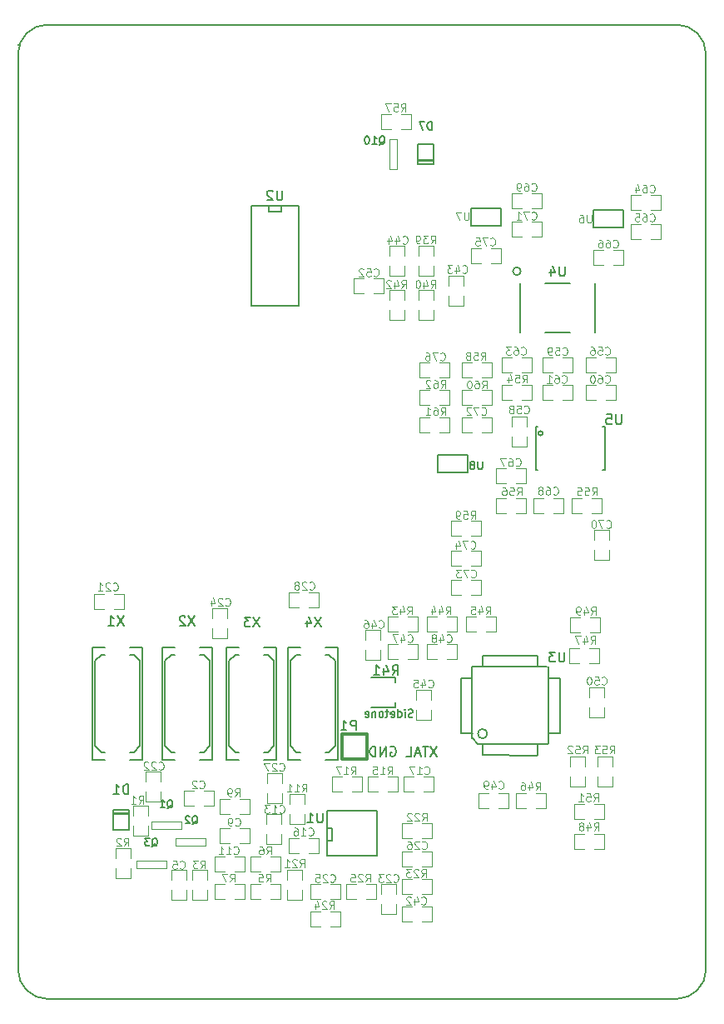
<source format=gbo>
G04 (created by PCBNEW (2012-nov-02)-testing) date Wed 09 Jan 2013 07:39:13 PM PST*
%MOIN*%
G04 Gerber Fmt 3.4, Leading zero omitted, Abs format*
%FSLAX34Y34*%
G01*
G70*
G90*
G04 APERTURE LIST*
%ADD10C,0.006*%
%ADD11C,0.00590551*%
%ADD12C,0.005*%
%ADD13C,0.0047*%
%ADD14C,0.00984252*%
%ADD15C,0.008*%
%ADD16C,0.0125*%
%ADD17C,0.012*%
%ADD18C,0.0039*%
%ADD19C,0.00472441*%
%ADD20C,0.0051*%
%ADD21C,0.00787402*%
G04 APERTURE END LIST*
G54D10*
G54D11*
X65748Y-59055D02*
G75*
G03X66929Y-57874I0J1181D01*
G74*
G01*
X39370Y-57874D02*
G75*
G03X40551Y-59055I1181J0D01*
G74*
G01*
X40551Y-20078D02*
G75*
G03X39370Y-21259I0J-1181D01*
G74*
G01*
X66929Y-21259D02*
G75*
G03X65748Y-20078I-1181J0D01*
G74*
G01*
X40551Y-20078D02*
X65748Y-20078D01*
X40551Y-59055D02*
X65748Y-59055D01*
X66929Y-57874D02*
X66929Y-21259D01*
X39370Y-20866D02*
X39370Y-20885D01*
X39370Y-57874D02*
X39370Y-21259D01*
X59509Y-29944D02*
G75*
G03X59509Y-29944I-158J0D01*
G74*
G01*
X60472Y-30433D02*
X61496Y-30433D01*
X60472Y-32401D02*
X61496Y-32401D01*
X62480Y-30433D02*
X62480Y-32401D01*
X59488Y-30433D02*
X59488Y-32401D01*
X60391Y-36425D02*
G75*
G03X60391Y-36425I-92J0D01*
G74*
G01*
X62795Y-36161D02*
X62874Y-36161D01*
X62874Y-36161D02*
X62874Y-37893D01*
X62874Y-37893D02*
X62795Y-37893D01*
X60196Y-36161D02*
X60118Y-36161D01*
X60118Y-36161D02*
X60118Y-37893D01*
X60118Y-37893D02*
X60196Y-37893D01*
G54D10*
X61074Y-46232D02*
X60624Y-46232D01*
X61074Y-48412D02*
X60634Y-48412D01*
X61074Y-46232D02*
X61074Y-48412D01*
X60194Y-45762D02*
X60194Y-45332D01*
X57984Y-45752D02*
X57984Y-45332D01*
X57974Y-45332D02*
X60194Y-45322D01*
X57994Y-49302D02*
X60164Y-49312D01*
X57564Y-48612D02*
X57564Y-45782D01*
X60174Y-49302D02*
X60174Y-48892D01*
X57814Y-48852D02*
X60594Y-48852D01*
X60614Y-45772D02*
X60614Y-48812D01*
X57564Y-45772D02*
X60564Y-45772D01*
X57114Y-48442D02*
X57114Y-46222D01*
X57114Y-46222D02*
X57564Y-46222D01*
X57568Y-48622D02*
X57798Y-48852D01*
X57116Y-48442D02*
X57568Y-48442D01*
X57994Y-48852D02*
X57994Y-49304D01*
X58165Y-48448D02*
G75*
G03X58165Y-48448I-188J0D01*
G74*
G01*
G54D11*
X54468Y-46397D02*
X54468Y-46200D01*
X54468Y-46200D02*
X53523Y-46200D01*
X53523Y-47381D02*
X54468Y-47381D01*
X54468Y-47381D02*
X54468Y-47185D01*
G54D12*
X57391Y-38007D02*
X57391Y-37307D01*
X57391Y-37307D02*
X56191Y-37307D01*
X56191Y-37307D02*
X56191Y-38007D01*
X56191Y-38007D02*
X57391Y-38007D01*
X58710Y-28125D02*
X58710Y-27425D01*
X58710Y-27425D02*
X57510Y-27425D01*
X57510Y-27425D02*
X57510Y-28125D01*
X57510Y-28125D02*
X58710Y-28125D01*
X63631Y-28204D02*
X63631Y-27504D01*
X63631Y-27504D02*
X62431Y-27504D01*
X62431Y-27504D02*
X62431Y-28204D01*
X62431Y-28204D02*
X63631Y-28204D01*
G54D13*
X45699Y-52925D02*
X46899Y-52925D01*
X46899Y-52925D02*
X46899Y-52625D01*
X46899Y-52625D02*
X45699Y-52625D01*
X45699Y-52625D02*
X45699Y-52925D01*
X45304Y-53511D02*
X44104Y-53511D01*
X44104Y-53511D02*
X44104Y-53811D01*
X44104Y-53811D02*
X45304Y-53811D01*
X45304Y-53811D02*
X45304Y-53511D01*
X54539Y-25855D02*
X54539Y-24655D01*
X54539Y-24655D02*
X54239Y-24655D01*
X54239Y-24655D02*
X54239Y-25855D01*
X54239Y-25855D02*
X54539Y-25855D01*
X45914Y-51975D02*
X44714Y-51975D01*
X44714Y-51975D02*
X44714Y-52275D01*
X44714Y-52275D02*
X45914Y-52275D01*
X45914Y-52275D02*
X45914Y-51975D01*
G54D14*
X55413Y-25500D02*
X55984Y-25500D01*
G54D11*
X56003Y-24862D02*
X55393Y-24862D01*
X55393Y-24862D02*
X55393Y-25649D01*
X55393Y-25649D02*
X56003Y-25649D01*
X56003Y-25649D02*
X56003Y-24862D01*
G54D14*
X43791Y-51633D02*
X43216Y-51633D01*
G54D11*
X43818Y-52287D02*
X43188Y-52287D01*
X43188Y-52287D02*
X43188Y-51500D01*
X43188Y-51500D02*
X43818Y-51500D01*
X43818Y-51500D02*
X43818Y-52287D01*
G54D12*
X51736Y-53340D02*
X53736Y-53340D01*
X53736Y-53340D02*
X53736Y-51540D01*
X53736Y-51540D02*
X51736Y-51540D01*
X51736Y-51540D02*
X51736Y-53340D01*
X51736Y-52740D02*
X51936Y-52740D01*
X51936Y-52740D02*
X51936Y-52240D01*
X51936Y-52240D02*
X51736Y-52240D01*
G54D15*
X48716Y-31320D02*
X50616Y-31320D01*
X50616Y-31320D02*
X50616Y-27320D01*
X50616Y-27320D02*
X48716Y-27320D01*
X48716Y-27320D02*
X48716Y-31320D01*
X49416Y-27320D02*
X49416Y-27570D01*
X49416Y-27570D02*
X49916Y-27570D01*
X49916Y-27570D02*
X49916Y-27320D01*
G54D16*
X52334Y-48456D02*
X53334Y-48456D01*
X52334Y-49456D02*
X53334Y-49456D01*
G54D17*
X52334Y-48456D02*
X52334Y-49456D01*
X53334Y-49456D02*
X53334Y-48456D01*
G54D15*
X42716Y-45294D02*
X42866Y-45294D01*
X44016Y-45294D02*
X43866Y-45294D01*
X44016Y-49194D02*
X43866Y-49194D01*
X42716Y-49194D02*
X42866Y-49194D01*
X42366Y-49494D02*
X42866Y-49494D01*
X44366Y-49494D02*
X43866Y-49494D01*
X44366Y-44994D02*
X43866Y-44994D01*
X42366Y-44994D02*
X42866Y-44994D01*
X44016Y-45294D02*
X44266Y-45544D01*
X44266Y-45544D02*
X44266Y-48944D01*
X44266Y-48944D02*
X44016Y-49194D01*
X42716Y-49194D02*
X42466Y-48944D01*
X42466Y-48944D02*
X42466Y-45544D01*
X42466Y-45544D02*
X42716Y-45294D01*
X44366Y-49494D02*
X44366Y-44994D01*
X42366Y-44994D02*
X42366Y-49494D01*
X46811Y-49194D02*
X46661Y-49194D01*
X45511Y-49194D02*
X45661Y-49194D01*
X45511Y-45294D02*
X45661Y-45294D01*
X46811Y-45294D02*
X46661Y-45294D01*
X47161Y-44994D02*
X46661Y-44994D01*
X45161Y-44994D02*
X45661Y-44994D01*
X45161Y-49494D02*
X45661Y-49494D01*
X47161Y-49494D02*
X46661Y-49494D01*
X45511Y-49194D02*
X45261Y-48944D01*
X45261Y-48944D02*
X45261Y-45544D01*
X45261Y-45544D02*
X45511Y-45294D01*
X46811Y-45294D02*
X47061Y-45544D01*
X47061Y-45544D02*
X47061Y-48944D01*
X47061Y-48944D02*
X46811Y-49194D01*
X45161Y-44994D02*
X45161Y-49494D01*
X47161Y-49494D02*
X47161Y-44994D01*
X48070Y-45294D02*
X48220Y-45294D01*
X49370Y-45294D02*
X49220Y-45294D01*
X49370Y-49194D02*
X49220Y-49194D01*
X48070Y-49194D02*
X48220Y-49194D01*
X47720Y-49494D02*
X48220Y-49494D01*
X49720Y-49494D02*
X49220Y-49494D01*
X49720Y-44994D02*
X49220Y-44994D01*
X47720Y-44994D02*
X48220Y-44994D01*
X49370Y-45294D02*
X49620Y-45544D01*
X49620Y-45544D02*
X49620Y-48944D01*
X49620Y-48944D02*
X49370Y-49194D01*
X48070Y-49194D02*
X47820Y-48944D01*
X47820Y-48944D02*
X47820Y-45544D01*
X47820Y-45544D02*
X48070Y-45294D01*
X49720Y-49494D02*
X49720Y-44994D01*
X47720Y-44994D02*
X47720Y-49494D01*
X51831Y-49194D02*
X51681Y-49194D01*
X50531Y-49194D02*
X50681Y-49194D01*
X50531Y-45294D02*
X50681Y-45294D01*
X51831Y-45294D02*
X51681Y-45294D01*
X52181Y-44994D02*
X51681Y-44994D01*
X50181Y-44994D02*
X50681Y-44994D01*
X50181Y-49494D02*
X50681Y-49494D01*
X52181Y-49494D02*
X51681Y-49494D01*
X50531Y-49194D02*
X50281Y-48944D01*
X50281Y-48944D02*
X50281Y-45544D01*
X50281Y-45544D02*
X50531Y-45294D01*
X51831Y-45294D02*
X52081Y-45544D01*
X52081Y-45544D02*
X52081Y-48944D01*
X52081Y-48944D02*
X51831Y-49194D01*
X50181Y-44994D02*
X50181Y-49494D01*
X52181Y-49494D02*
X52181Y-44994D01*
G54D18*
X56138Y-44877D02*
X55738Y-44877D01*
X55738Y-44877D02*
X55738Y-45477D01*
X55738Y-45477D02*
X56138Y-45477D01*
X56538Y-45477D02*
X56938Y-45477D01*
X56938Y-45477D02*
X56938Y-44877D01*
X56938Y-44877D02*
X56538Y-44877D01*
X62916Y-35103D02*
X63316Y-35103D01*
X63316Y-35103D02*
X63316Y-34503D01*
X63316Y-34503D02*
X62916Y-34503D01*
X62516Y-34503D02*
X62116Y-34503D01*
X62116Y-34503D02*
X62116Y-35103D01*
X62116Y-35103D02*
X62516Y-35103D01*
X54983Y-44355D02*
X55383Y-44355D01*
X55383Y-44355D02*
X55383Y-43755D01*
X55383Y-43755D02*
X54983Y-43755D01*
X54583Y-43755D02*
X54183Y-43755D01*
X54183Y-43755D02*
X54183Y-44355D01*
X54183Y-44355D02*
X54583Y-44355D01*
X55554Y-55969D02*
X55954Y-55969D01*
X55954Y-55969D02*
X55954Y-55369D01*
X55954Y-55369D02*
X55554Y-55369D01*
X55154Y-55369D02*
X54754Y-55369D01*
X54754Y-55369D02*
X54754Y-55969D01*
X54754Y-55969D02*
X55154Y-55969D01*
X53282Y-45101D02*
X53282Y-45501D01*
X53282Y-45501D02*
X53882Y-45501D01*
X53882Y-45501D02*
X53882Y-45101D01*
X53882Y-44701D02*
X53882Y-44301D01*
X53882Y-44301D02*
X53282Y-44301D01*
X53282Y-44301D02*
X53282Y-44701D01*
X54583Y-44877D02*
X54183Y-44877D01*
X54183Y-44877D02*
X54183Y-45477D01*
X54183Y-45477D02*
X54583Y-45477D01*
X54983Y-45477D02*
X55383Y-45477D01*
X55383Y-45477D02*
X55383Y-44877D01*
X55383Y-44877D02*
X54983Y-44877D01*
X62239Y-47404D02*
X62239Y-47804D01*
X62239Y-47804D02*
X62839Y-47804D01*
X62839Y-47804D02*
X62839Y-47404D01*
X62839Y-47004D02*
X62839Y-46604D01*
X62839Y-46604D02*
X62239Y-46604D01*
X62239Y-46604D02*
X62239Y-47004D01*
X56538Y-44355D02*
X56938Y-44355D01*
X56938Y-44355D02*
X56938Y-43755D01*
X56938Y-43755D02*
X56538Y-43755D01*
X56138Y-43755D02*
X55738Y-43755D01*
X55738Y-43755D02*
X55738Y-44355D01*
X55738Y-44355D02*
X56138Y-44355D01*
X58133Y-44355D02*
X58533Y-44355D01*
X58533Y-44355D02*
X58533Y-43755D01*
X58533Y-43755D02*
X58133Y-43755D01*
X57733Y-43755D02*
X57333Y-43755D01*
X57333Y-43755D02*
X57333Y-44355D01*
X57333Y-44355D02*
X57733Y-44355D01*
X55329Y-47483D02*
X55329Y-47883D01*
X55329Y-47883D02*
X55929Y-47883D01*
X55929Y-47883D02*
X55929Y-47483D01*
X55929Y-47083D02*
X55929Y-46683D01*
X55929Y-46683D02*
X55329Y-46683D01*
X55329Y-46683D02*
X55329Y-47083D01*
X53605Y-30831D02*
X54005Y-30831D01*
X54005Y-30831D02*
X54005Y-30231D01*
X54005Y-30231D02*
X53605Y-30231D01*
X53205Y-30231D02*
X52805Y-30231D01*
X52805Y-30231D02*
X52805Y-30831D01*
X52805Y-30831D02*
X53205Y-30831D01*
X56018Y-31109D02*
X56018Y-30709D01*
X56018Y-30709D02*
X55418Y-30709D01*
X55418Y-30709D02*
X55418Y-31109D01*
X55418Y-31509D02*
X55418Y-31909D01*
X55418Y-31909D02*
X56018Y-31909D01*
X56018Y-31909D02*
X56018Y-31509D01*
X56629Y-30928D02*
X56629Y-31328D01*
X56629Y-31328D02*
X57229Y-31328D01*
X57229Y-31328D02*
X57229Y-30928D01*
X57229Y-30528D02*
X57229Y-30128D01*
X57229Y-30128D02*
X56629Y-30128D01*
X56629Y-30128D02*
X56629Y-30528D01*
X56018Y-29337D02*
X56018Y-28937D01*
X56018Y-28937D02*
X55418Y-28937D01*
X55418Y-28937D02*
X55418Y-29337D01*
X55418Y-29737D02*
X55418Y-30137D01*
X55418Y-30137D02*
X56018Y-30137D01*
X56018Y-30137D02*
X56018Y-29737D01*
X49071Y-53361D02*
X48671Y-53361D01*
X48671Y-53361D02*
X48671Y-53961D01*
X48671Y-53961D02*
X49071Y-53961D01*
X49471Y-53961D02*
X49871Y-53961D01*
X49871Y-53961D02*
X49871Y-53361D01*
X49871Y-53361D02*
X49471Y-53361D01*
X55154Y-53164D02*
X54754Y-53164D01*
X54754Y-53164D02*
X54754Y-53764D01*
X54754Y-53764D02*
X55154Y-53764D01*
X55554Y-53764D02*
X55954Y-53764D01*
X55954Y-53764D02*
X55954Y-53164D01*
X55954Y-53164D02*
X55554Y-53164D01*
X55862Y-33597D02*
X55462Y-33597D01*
X55462Y-33597D02*
X55462Y-34197D01*
X55462Y-34197D02*
X55862Y-34197D01*
X56262Y-34197D02*
X56662Y-34197D01*
X56662Y-34197D02*
X56662Y-33597D01*
X56662Y-33597D02*
X56262Y-33597D01*
X63036Y-40705D02*
X63036Y-40305D01*
X63036Y-40305D02*
X62436Y-40305D01*
X62436Y-40305D02*
X62436Y-40705D01*
X62436Y-41105D02*
X62436Y-41505D01*
X62436Y-41505D02*
X63036Y-41505D01*
X63036Y-41505D02*
X63036Y-41105D01*
X57122Y-42298D02*
X56722Y-42298D01*
X56722Y-42298D02*
X56722Y-42898D01*
X56722Y-42898D02*
X57122Y-42898D01*
X57522Y-42898D02*
X57922Y-42898D01*
X57922Y-42898D02*
X57922Y-42298D01*
X57922Y-42298D02*
X57522Y-42298D01*
X57522Y-41737D02*
X57922Y-41737D01*
X57922Y-41737D02*
X57922Y-41137D01*
X57922Y-41137D02*
X57522Y-41137D01*
X57122Y-41137D02*
X56722Y-41137D01*
X56722Y-41137D02*
X56722Y-41737D01*
X56722Y-41737D02*
X57122Y-41737D01*
X55862Y-35782D02*
X55462Y-35782D01*
X55462Y-35782D02*
X55462Y-36382D01*
X55462Y-36382D02*
X55862Y-36382D01*
X56262Y-36382D02*
X56662Y-36382D01*
X56662Y-36382D02*
X56662Y-35782D01*
X56662Y-35782D02*
X56262Y-35782D01*
X57522Y-40536D02*
X57922Y-40536D01*
X57922Y-40536D02*
X57922Y-39936D01*
X57922Y-39936D02*
X57522Y-39936D01*
X57122Y-39936D02*
X56722Y-39936D01*
X56722Y-39936D02*
X56722Y-40536D01*
X56722Y-40536D02*
X57122Y-40536D01*
X57555Y-33597D02*
X57155Y-33597D01*
X57155Y-33597D02*
X57155Y-34197D01*
X57155Y-34197D02*
X57555Y-34197D01*
X57955Y-34197D02*
X58355Y-34197D01*
X58355Y-34197D02*
X58355Y-33597D01*
X58355Y-33597D02*
X57955Y-33597D01*
X57555Y-34700D02*
X57155Y-34700D01*
X57155Y-34700D02*
X57155Y-35300D01*
X57155Y-35300D02*
X57555Y-35300D01*
X57955Y-35300D02*
X58355Y-35300D01*
X58355Y-35300D02*
X58355Y-34700D01*
X58355Y-34700D02*
X57955Y-34700D01*
X57955Y-36382D02*
X58355Y-36382D01*
X58355Y-36382D02*
X58355Y-35782D01*
X58355Y-35782D02*
X57955Y-35782D01*
X57555Y-35782D02*
X57155Y-35782D01*
X57155Y-35782D02*
X57155Y-36382D01*
X57155Y-36382D02*
X57555Y-36382D01*
X55862Y-34700D02*
X55462Y-34700D01*
X55462Y-34700D02*
X55462Y-35300D01*
X55462Y-35300D02*
X55862Y-35300D01*
X56262Y-35300D02*
X56662Y-35300D01*
X56662Y-35300D02*
X56662Y-34700D01*
X56662Y-34700D02*
X56262Y-34700D01*
X60410Y-39011D02*
X60010Y-39011D01*
X60010Y-39011D02*
X60010Y-39611D01*
X60010Y-39611D02*
X60410Y-39611D01*
X60810Y-39611D02*
X61210Y-39611D01*
X61210Y-39611D02*
X61210Y-39011D01*
X61210Y-39011D02*
X60810Y-39011D01*
X64707Y-28646D02*
X65107Y-28646D01*
X65107Y-28646D02*
X65107Y-28046D01*
X65107Y-28046D02*
X64707Y-28046D01*
X64307Y-28046D02*
X63907Y-28046D01*
X63907Y-28046D02*
X63907Y-28646D01*
X63907Y-28646D02*
X64307Y-28646D01*
X59963Y-28567D02*
X60363Y-28567D01*
X60363Y-28567D02*
X60363Y-27967D01*
X60363Y-27967D02*
X59963Y-27967D01*
X59563Y-27967D02*
X59163Y-27967D01*
X59163Y-27967D02*
X59163Y-28567D01*
X59163Y-28567D02*
X59563Y-28567D01*
X63231Y-29689D02*
X63631Y-29689D01*
X63631Y-29689D02*
X63631Y-29089D01*
X63631Y-29089D02*
X63231Y-29089D01*
X62831Y-29089D02*
X62431Y-29089D01*
X62431Y-29089D02*
X62431Y-29689D01*
X62431Y-29689D02*
X62831Y-29689D01*
X58310Y-29611D02*
X58710Y-29611D01*
X58710Y-29611D02*
X58710Y-29011D01*
X58710Y-29011D02*
X58310Y-29011D01*
X57910Y-29011D02*
X57510Y-29011D01*
X57510Y-29011D02*
X57510Y-29611D01*
X57510Y-29611D02*
X57910Y-29611D01*
X64707Y-27485D02*
X65107Y-27485D01*
X65107Y-27485D02*
X65107Y-26885D01*
X65107Y-26885D02*
X64707Y-26885D01*
X64307Y-26885D02*
X63907Y-26885D01*
X63907Y-26885D02*
X63907Y-27485D01*
X63907Y-27485D02*
X64307Y-27485D01*
X59963Y-27425D02*
X60363Y-27425D01*
X60363Y-27425D02*
X60363Y-26825D01*
X60363Y-26825D02*
X59963Y-26825D01*
X59563Y-26825D02*
X59163Y-26825D01*
X59163Y-26825D02*
X59163Y-27425D01*
X59163Y-27425D02*
X59563Y-27425D01*
X54307Y-23676D02*
X53907Y-23676D01*
X53907Y-23676D02*
X53907Y-24276D01*
X53907Y-24276D02*
X54307Y-24276D01*
X54707Y-24276D02*
X55107Y-24276D01*
X55107Y-24276D02*
X55107Y-23676D01*
X55107Y-23676D02*
X54707Y-23676D01*
X54866Y-29327D02*
X54866Y-28927D01*
X54866Y-28927D02*
X54266Y-28927D01*
X54266Y-28927D02*
X54266Y-29327D01*
X54266Y-29727D02*
X54266Y-30127D01*
X54266Y-30127D02*
X54866Y-30127D01*
X54866Y-30127D02*
X54866Y-29727D01*
X62916Y-33981D02*
X63316Y-33981D01*
X63316Y-33981D02*
X63316Y-33381D01*
X63316Y-33381D02*
X62916Y-33381D01*
X62516Y-33381D02*
X62116Y-33381D01*
X62116Y-33381D02*
X62116Y-33981D01*
X62116Y-33981D02*
X62516Y-33981D01*
X62593Y-50160D02*
X62593Y-50560D01*
X62593Y-50560D02*
X63193Y-50560D01*
X63193Y-50560D02*
X63193Y-50160D01*
X63193Y-49760D02*
X63193Y-49360D01*
X63193Y-49360D02*
X62593Y-49360D01*
X62593Y-49360D02*
X62593Y-49760D01*
X62444Y-51874D02*
X62844Y-51874D01*
X62844Y-51874D02*
X62844Y-51274D01*
X62844Y-51274D02*
X62444Y-51274D01*
X62044Y-51274D02*
X61644Y-51274D01*
X61644Y-51274D02*
X61644Y-51874D01*
X61644Y-51874D02*
X62044Y-51874D01*
X62044Y-52455D02*
X61644Y-52455D01*
X61644Y-52455D02*
X61644Y-53055D01*
X61644Y-53055D02*
X62044Y-53055D01*
X62444Y-53055D02*
X62844Y-53055D01*
X62844Y-53055D02*
X62844Y-52455D01*
X62844Y-52455D02*
X62444Y-52455D01*
X60121Y-51422D02*
X60521Y-51422D01*
X60521Y-51422D02*
X60521Y-50822D01*
X60521Y-50822D02*
X60121Y-50822D01*
X59721Y-50822D02*
X59321Y-50822D01*
X59321Y-50822D02*
X59321Y-51422D01*
X59321Y-51422D02*
X59721Y-51422D01*
X58205Y-50822D02*
X57805Y-50822D01*
X57805Y-50822D02*
X57805Y-51422D01*
X57805Y-51422D02*
X58205Y-51422D01*
X58605Y-51422D02*
X59005Y-51422D01*
X59005Y-51422D02*
X59005Y-50822D01*
X59005Y-50822D02*
X58605Y-50822D01*
X61866Y-45034D02*
X61466Y-45034D01*
X61466Y-45034D02*
X61466Y-45634D01*
X61466Y-45634D02*
X61866Y-45634D01*
X62266Y-45634D02*
X62666Y-45634D01*
X62666Y-45634D02*
X62666Y-45034D01*
X62666Y-45034D02*
X62266Y-45034D01*
X61886Y-43794D02*
X61486Y-43794D01*
X61486Y-43794D02*
X61486Y-44394D01*
X61486Y-44394D02*
X61886Y-44394D01*
X62286Y-44394D02*
X62686Y-44394D01*
X62686Y-44394D02*
X62686Y-43794D01*
X62686Y-43794D02*
X62286Y-43794D01*
X54866Y-31109D02*
X54866Y-30709D01*
X54866Y-30709D02*
X54266Y-30709D01*
X54266Y-30709D02*
X54266Y-31109D01*
X54266Y-31509D02*
X54266Y-31909D01*
X54266Y-31909D02*
X54866Y-31909D01*
X54866Y-31909D02*
X54866Y-31509D01*
X61471Y-50160D02*
X61471Y-50560D01*
X61471Y-50560D02*
X62071Y-50560D01*
X62071Y-50560D02*
X62071Y-50160D01*
X62071Y-49760D02*
X62071Y-49360D01*
X62071Y-49360D02*
X61471Y-49360D01*
X61471Y-49360D02*
X61471Y-49760D01*
X59550Y-33981D02*
X59950Y-33981D01*
X59950Y-33981D02*
X59950Y-33381D01*
X59950Y-33381D02*
X59550Y-33381D01*
X59150Y-33381D02*
X58750Y-33381D01*
X58750Y-33381D02*
X58750Y-33981D01*
X58750Y-33981D02*
X59150Y-33981D01*
X61184Y-35103D02*
X61584Y-35103D01*
X61584Y-35103D02*
X61584Y-34503D01*
X61584Y-34503D02*
X61184Y-34503D01*
X60784Y-34503D02*
X60384Y-34503D01*
X60384Y-34503D02*
X60384Y-35103D01*
X60384Y-35103D02*
X60784Y-35103D01*
X59148Y-36558D02*
X59148Y-36958D01*
X59148Y-36958D02*
X59748Y-36958D01*
X59748Y-36958D02*
X59748Y-36558D01*
X59748Y-36158D02*
X59748Y-35758D01*
X59748Y-35758D02*
X59148Y-35758D01*
X59148Y-35758D02*
X59148Y-36158D01*
X60784Y-33381D02*
X60384Y-33381D01*
X60384Y-33381D02*
X60384Y-33981D01*
X60384Y-33981D02*
X60784Y-33981D01*
X61184Y-33981D02*
X61584Y-33981D01*
X61584Y-33981D02*
X61584Y-33381D01*
X61584Y-33381D02*
X61184Y-33381D01*
X59150Y-34503D02*
X58750Y-34503D01*
X58750Y-34503D02*
X58750Y-35103D01*
X58750Y-35103D02*
X59150Y-35103D01*
X59550Y-35103D02*
X59950Y-35103D01*
X59950Y-35103D02*
X59950Y-34503D01*
X59950Y-34503D02*
X59550Y-34503D01*
X59333Y-38429D02*
X59733Y-38429D01*
X59733Y-38429D02*
X59733Y-37829D01*
X59733Y-37829D02*
X59333Y-37829D01*
X58933Y-37829D02*
X58533Y-37829D01*
X58533Y-37829D02*
X58533Y-38429D01*
X58533Y-38429D02*
X58933Y-38429D01*
X58933Y-39011D02*
X58533Y-39011D01*
X58533Y-39011D02*
X58533Y-39611D01*
X58533Y-39611D02*
X58933Y-39611D01*
X59333Y-39611D02*
X59733Y-39611D01*
X59733Y-39611D02*
X59733Y-39011D01*
X59733Y-39011D02*
X59333Y-39011D01*
X61945Y-39011D02*
X61545Y-39011D01*
X61545Y-39011D02*
X61545Y-39611D01*
X61545Y-39611D02*
X61945Y-39611D01*
X62345Y-39611D02*
X62745Y-39611D01*
X62745Y-39611D02*
X62745Y-39011D01*
X62745Y-39011D02*
X62345Y-39011D01*
X45083Y-50370D02*
X45083Y-49970D01*
X45083Y-49970D02*
X44483Y-49970D01*
X44483Y-49970D02*
X44483Y-50370D01*
X44483Y-50770D02*
X44483Y-51170D01*
X44483Y-51170D02*
X45083Y-51170D01*
X45083Y-51170D02*
X45083Y-50770D01*
X47160Y-44215D02*
X47160Y-44615D01*
X47160Y-44615D02*
X47760Y-44615D01*
X47760Y-44615D02*
X47760Y-44215D01*
X47760Y-43815D02*
X47760Y-43415D01*
X47760Y-43415D02*
X47160Y-43415D01*
X47160Y-43415D02*
X47160Y-43815D01*
X49965Y-50429D02*
X49965Y-50029D01*
X49965Y-50029D02*
X49365Y-50029D01*
X49365Y-50029D02*
X49365Y-50429D01*
X49365Y-50829D02*
X49365Y-51229D01*
X49365Y-51229D02*
X49965Y-51229D01*
X49965Y-51229D02*
X49965Y-50829D01*
X50607Y-42810D02*
X50207Y-42810D01*
X50207Y-42810D02*
X50207Y-43410D01*
X50207Y-43410D02*
X50607Y-43410D01*
X51007Y-43410D02*
X51407Y-43410D01*
X51407Y-43410D02*
X51407Y-42810D01*
X51407Y-42810D02*
X51007Y-42810D01*
X50152Y-54688D02*
X50152Y-55088D01*
X50152Y-55088D02*
X50752Y-55088D01*
X50752Y-55088D02*
X50752Y-54688D01*
X50752Y-54288D02*
X50752Y-53888D01*
X50752Y-53888D02*
X50152Y-53888D01*
X50152Y-53888D02*
X50152Y-54288D01*
X43211Y-43469D02*
X43611Y-43469D01*
X43611Y-43469D02*
X43611Y-42869D01*
X43611Y-42869D02*
X43211Y-42869D01*
X42811Y-42869D02*
X42411Y-42869D01*
X42411Y-42869D02*
X42411Y-43469D01*
X42411Y-43469D02*
X42811Y-43469D01*
X43882Y-53422D02*
X43882Y-53022D01*
X43882Y-53022D02*
X43282Y-53022D01*
X43282Y-53022D02*
X43282Y-53422D01*
X43282Y-53822D02*
X43282Y-54222D01*
X43282Y-54222D02*
X43882Y-54222D01*
X43882Y-54222D02*
X43882Y-53822D01*
X51026Y-53213D02*
X51426Y-53213D01*
X51426Y-53213D02*
X51426Y-52613D01*
X51426Y-52613D02*
X51026Y-52613D01*
X50626Y-52613D02*
X50226Y-52613D01*
X50226Y-52613D02*
X50226Y-53213D01*
X50226Y-53213D02*
X50626Y-53213D01*
X49925Y-52063D02*
X49925Y-51663D01*
X49925Y-51663D02*
X49325Y-51663D01*
X49325Y-51663D02*
X49325Y-52063D01*
X49325Y-52463D02*
X49325Y-52863D01*
X49325Y-52863D02*
X49925Y-52863D01*
X49925Y-52863D02*
X49925Y-52463D01*
X50251Y-51676D02*
X50251Y-52076D01*
X50251Y-52076D02*
X50851Y-52076D01*
X50851Y-52076D02*
X50851Y-51676D01*
X50851Y-51276D02*
X50851Y-50876D01*
X50851Y-50876D02*
X50251Y-50876D01*
X50251Y-50876D02*
X50251Y-51276D01*
X48034Y-53961D02*
X48434Y-53961D01*
X48434Y-53961D02*
X48434Y-53361D01*
X48434Y-53361D02*
X48034Y-53361D01*
X47634Y-53361D02*
X47234Y-53361D01*
X47234Y-53361D02*
X47234Y-53961D01*
X47234Y-53961D02*
X47634Y-53961D01*
X48034Y-55063D02*
X48434Y-55063D01*
X48434Y-55063D02*
X48434Y-54463D01*
X48434Y-54463D02*
X48034Y-54463D01*
X47634Y-54463D02*
X47234Y-54463D01*
X47234Y-54463D02*
X47234Y-55063D01*
X47234Y-55063D02*
X47634Y-55063D01*
X49471Y-55063D02*
X49871Y-55063D01*
X49871Y-55063D02*
X49871Y-54463D01*
X49871Y-54463D02*
X49471Y-54463D01*
X49071Y-54463D02*
X48671Y-54463D01*
X48671Y-54463D02*
X48671Y-55063D01*
X48671Y-55063D02*
X49071Y-55063D01*
X51873Y-56146D02*
X52273Y-56146D01*
X52273Y-56146D02*
X52273Y-55546D01*
X52273Y-55546D02*
X51873Y-55546D01*
X51473Y-55546D02*
X51073Y-55546D01*
X51073Y-55546D02*
X51073Y-56146D01*
X51073Y-56146D02*
X51473Y-56146D01*
X51473Y-54463D02*
X51073Y-54463D01*
X51073Y-54463D02*
X51073Y-55063D01*
X51073Y-55063D02*
X51473Y-55063D01*
X51873Y-55063D02*
X52273Y-55063D01*
X52273Y-55063D02*
X52273Y-54463D01*
X52273Y-54463D02*
X51873Y-54463D01*
X54512Y-54859D02*
X54512Y-54459D01*
X54512Y-54459D02*
X53912Y-54459D01*
X53912Y-54459D02*
X53912Y-54859D01*
X53912Y-55259D02*
X53912Y-55659D01*
X53912Y-55659D02*
X54512Y-55659D01*
X54512Y-55659D02*
X54512Y-55259D01*
X53310Y-55063D02*
X53710Y-55063D01*
X53710Y-55063D02*
X53710Y-54463D01*
X53710Y-54463D02*
X53310Y-54463D01*
X52910Y-54463D02*
X52510Y-54463D01*
X52510Y-54463D02*
X52510Y-55063D01*
X52510Y-55063D02*
X52910Y-55063D01*
X47851Y-51058D02*
X47451Y-51058D01*
X47451Y-51058D02*
X47451Y-51658D01*
X47451Y-51658D02*
X47851Y-51658D01*
X48251Y-51658D02*
X48651Y-51658D01*
X48651Y-51658D02*
X48651Y-51058D01*
X48651Y-51058D02*
X48251Y-51058D01*
X48251Y-52819D02*
X48651Y-52819D01*
X48651Y-52819D02*
X48651Y-52219D01*
X48651Y-52219D02*
X48251Y-52219D01*
X47851Y-52219D02*
X47451Y-52219D01*
X47451Y-52219D02*
X47451Y-52819D01*
X47451Y-52819D02*
X47851Y-52819D01*
X55154Y-52022D02*
X54754Y-52022D01*
X54754Y-52022D02*
X54754Y-52622D01*
X54754Y-52622D02*
X55154Y-52622D01*
X55554Y-52622D02*
X55954Y-52622D01*
X55954Y-52622D02*
X55954Y-52022D01*
X55954Y-52022D02*
X55554Y-52022D01*
X46126Y-54288D02*
X46126Y-53888D01*
X46126Y-53888D02*
X45526Y-53888D01*
X45526Y-53888D02*
X45526Y-54288D01*
X45526Y-54688D02*
X45526Y-55088D01*
X45526Y-55088D02*
X46126Y-55088D01*
X46126Y-55088D02*
X46126Y-54688D01*
X46953Y-54288D02*
X46953Y-53888D01*
X46953Y-53888D02*
X46353Y-53888D01*
X46353Y-53888D02*
X46353Y-54288D01*
X46353Y-54688D02*
X46353Y-55088D01*
X46353Y-55088D02*
X46953Y-55088D01*
X46953Y-55088D02*
X46953Y-54688D01*
X55233Y-50152D02*
X54833Y-50152D01*
X54833Y-50152D02*
X54833Y-50752D01*
X54833Y-50752D02*
X55233Y-50752D01*
X55633Y-50752D02*
X56033Y-50752D01*
X56033Y-50752D02*
X56033Y-50152D01*
X56033Y-50152D02*
X55633Y-50152D01*
X53776Y-50152D02*
X53376Y-50152D01*
X53376Y-50152D02*
X53376Y-50752D01*
X53376Y-50752D02*
X53776Y-50752D01*
X54176Y-50752D02*
X54576Y-50752D01*
X54576Y-50752D02*
X54576Y-50152D01*
X54576Y-50152D02*
X54176Y-50152D01*
X43971Y-52129D02*
X43971Y-52529D01*
X43971Y-52529D02*
X44571Y-52529D01*
X44571Y-52529D02*
X44571Y-52129D01*
X44571Y-51729D02*
X44571Y-51329D01*
X44571Y-51329D02*
X43971Y-51329D01*
X43971Y-51329D02*
X43971Y-51729D01*
X46414Y-50723D02*
X46014Y-50723D01*
X46014Y-50723D02*
X46014Y-51323D01*
X46014Y-51323D02*
X46414Y-51323D01*
X46814Y-51323D02*
X47214Y-51323D01*
X47214Y-51323D02*
X47214Y-50723D01*
X47214Y-50723D02*
X46814Y-50723D01*
X52739Y-50752D02*
X53139Y-50752D01*
X53139Y-50752D02*
X53139Y-50152D01*
X53139Y-50152D02*
X52739Y-50152D01*
X52339Y-50152D02*
X51939Y-50152D01*
X51939Y-50152D02*
X51939Y-50752D01*
X51939Y-50752D02*
X52339Y-50752D01*
X55554Y-54866D02*
X55954Y-54866D01*
X55954Y-54866D02*
X55954Y-54266D01*
X55954Y-54266D02*
X55554Y-54266D01*
X55154Y-54266D02*
X54754Y-54266D01*
X54754Y-54266D02*
X54754Y-54866D01*
X54754Y-54866D02*
X55154Y-54866D01*
G54D11*
X61284Y-29745D02*
X61284Y-30064D01*
X61265Y-30102D01*
X61246Y-30120D01*
X61209Y-30139D01*
X61134Y-30139D01*
X61096Y-30120D01*
X61077Y-30102D01*
X61059Y-30064D01*
X61059Y-29745D01*
X60703Y-29877D02*
X60703Y-30139D01*
X60796Y-29727D02*
X60890Y-30008D01*
X60646Y-30008D01*
X63547Y-35671D02*
X63547Y-35989D01*
X63529Y-36027D01*
X63510Y-36046D01*
X63473Y-36064D01*
X63398Y-36064D01*
X63360Y-36046D01*
X63341Y-36027D01*
X63323Y-35989D01*
X63323Y-35671D01*
X62948Y-35671D02*
X63135Y-35671D01*
X63154Y-35858D01*
X63135Y-35839D01*
X63098Y-35821D01*
X63004Y-35821D01*
X62966Y-35839D01*
X62948Y-35858D01*
X62929Y-35896D01*
X62929Y-35989D01*
X62948Y-36027D01*
X62966Y-36046D01*
X63004Y-36064D01*
X63098Y-36064D01*
X63135Y-36046D01*
X63154Y-36027D01*
X61264Y-45179D02*
X61264Y-45497D01*
X61245Y-45535D01*
X61227Y-45553D01*
X61189Y-45572D01*
X61114Y-45572D01*
X61077Y-45553D01*
X61058Y-45535D01*
X61039Y-45497D01*
X61039Y-45179D01*
X60889Y-45179D02*
X60645Y-45179D01*
X60777Y-45329D01*
X60720Y-45329D01*
X60683Y-45347D01*
X60664Y-45366D01*
X60645Y-45404D01*
X60645Y-45497D01*
X60664Y-45535D01*
X60683Y-45553D01*
X60720Y-45572D01*
X60833Y-45572D01*
X60870Y-45553D01*
X60889Y-45535D01*
X54367Y-46104D02*
X54498Y-45916D01*
X54592Y-46104D02*
X54592Y-45710D01*
X54442Y-45710D01*
X54404Y-45729D01*
X54386Y-45748D01*
X54367Y-45785D01*
X54367Y-45841D01*
X54386Y-45879D01*
X54404Y-45898D01*
X54442Y-45916D01*
X54592Y-45916D01*
X54029Y-45841D02*
X54029Y-46104D01*
X54123Y-45691D02*
X54217Y-45973D01*
X53973Y-45973D01*
X53617Y-46104D02*
X53842Y-46104D01*
X53729Y-46104D02*
X53729Y-45710D01*
X53767Y-45766D01*
X53804Y-45804D01*
X53842Y-45823D01*
X55184Y-47769D02*
X55139Y-47784D01*
X55064Y-47784D01*
X55034Y-47769D01*
X55019Y-47754D01*
X55004Y-47724D01*
X55004Y-47694D01*
X55019Y-47664D01*
X55034Y-47649D01*
X55064Y-47634D01*
X55124Y-47619D01*
X55154Y-47604D01*
X55169Y-47589D01*
X55184Y-47559D01*
X55184Y-47529D01*
X55169Y-47500D01*
X55154Y-47485D01*
X55124Y-47470D01*
X55049Y-47470D01*
X55004Y-47485D01*
X54869Y-47784D02*
X54869Y-47574D01*
X54869Y-47470D02*
X54884Y-47485D01*
X54869Y-47500D01*
X54854Y-47485D01*
X54869Y-47470D01*
X54869Y-47500D01*
X54584Y-47784D02*
X54584Y-47470D01*
X54584Y-47769D02*
X54614Y-47784D01*
X54674Y-47784D01*
X54704Y-47769D01*
X54719Y-47754D01*
X54734Y-47724D01*
X54734Y-47634D01*
X54719Y-47604D01*
X54704Y-47589D01*
X54674Y-47574D01*
X54614Y-47574D01*
X54584Y-47589D01*
X54314Y-47769D02*
X54344Y-47784D01*
X54404Y-47784D01*
X54434Y-47769D01*
X54449Y-47739D01*
X54449Y-47619D01*
X54434Y-47589D01*
X54404Y-47574D01*
X54344Y-47574D01*
X54314Y-47589D01*
X54299Y-47619D01*
X54299Y-47649D01*
X54449Y-47679D01*
X54209Y-47574D02*
X54089Y-47574D01*
X54164Y-47470D02*
X54164Y-47739D01*
X54149Y-47769D01*
X54119Y-47784D01*
X54089Y-47784D01*
X53939Y-47784D02*
X53969Y-47769D01*
X53984Y-47754D01*
X53999Y-47724D01*
X53999Y-47634D01*
X53984Y-47604D01*
X53969Y-47589D01*
X53939Y-47574D01*
X53894Y-47574D01*
X53864Y-47589D01*
X53849Y-47604D01*
X53834Y-47634D01*
X53834Y-47724D01*
X53849Y-47754D01*
X53864Y-47769D01*
X53894Y-47784D01*
X53939Y-47784D01*
X53699Y-47574D02*
X53699Y-47784D01*
X53699Y-47604D02*
X53684Y-47589D01*
X53654Y-47574D01*
X53609Y-47574D01*
X53579Y-47589D01*
X53564Y-47619D01*
X53564Y-47784D01*
X53294Y-47769D02*
X53324Y-47784D01*
X53384Y-47784D01*
X53414Y-47769D01*
X53429Y-47739D01*
X53429Y-47619D01*
X53414Y-47589D01*
X53384Y-47574D01*
X53324Y-47574D01*
X53294Y-47589D01*
X53279Y-47619D01*
X53279Y-47649D01*
X53429Y-47679D01*
X57976Y-37548D02*
X57976Y-37803D01*
X57961Y-37833D01*
X57946Y-37848D01*
X57916Y-37863D01*
X57856Y-37863D01*
X57826Y-37848D01*
X57811Y-37833D01*
X57796Y-37803D01*
X57796Y-37548D01*
X57601Y-37683D02*
X57631Y-37668D01*
X57646Y-37653D01*
X57661Y-37623D01*
X57661Y-37608D01*
X57646Y-37578D01*
X57631Y-37563D01*
X57601Y-37548D01*
X57541Y-37548D01*
X57511Y-37563D01*
X57496Y-37578D01*
X57481Y-37608D01*
X57481Y-37623D01*
X57496Y-37653D01*
X57511Y-37668D01*
X57541Y-37683D01*
X57601Y-37683D01*
X57631Y-37698D01*
X57646Y-37713D01*
X57661Y-37743D01*
X57661Y-37803D01*
X57646Y-37833D01*
X57631Y-37848D01*
X57601Y-37863D01*
X57541Y-37863D01*
X57511Y-37848D01*
X57496Y-37833D01*
X57481Y-37803D01*
X57481Y-37743D01*
X57496Y-37713D01*
X57511Y-37698D01*
X57541Y-37683D01*
G54D19*
X57425Y-27588D02*
X57425Y-27843D01*
X57410Y-27873D01*
X57395Y-27888D01*
X57365Y-27903D01*
X57305Y-27903D01*
X57275Y-27888D01*
X57260Y-27873D01*
X57245Y-27843D01*
X57245Y-27588D01*
X57125Y-27588D02*
X56915Y-27588D01*
X57050Y-27903D01*
X62346Y-27686D02*
X62346Y-27941D01*
X62331Y-27971D01*
X62316Y-27986D01*
X62286Y-28001D01*
X62226Y-28001D01*
X62196Y-27986D01*
X62181Y-27971D01*
X62166Y-27941D01*
X62166Y-27686D01*
X61881Y-27686D02*
X61941Y-27686D01*
X61971Y-27701D01*
X61986Y-27716D01*
X62016Y-27761D01*
X62031Y-27821D01*
X62031Y-27941D01*
X62016Y-27971D01*
X62001Y-27986D01*
X61971Y-28001D01*
X61911Y-28001D01*
X61881Y-27986D01*
X61866Y-27971D01*
X61851Y-27941D01*
X61851Y-27866D01*
X61866Y-27836D01*
X61881Y-27821D01*
X61911Y-27806D01*
X61971Y-27806D01*
X62001Y-27821D01*
X62016Y-27836D01*
X62031Y-27866D01*
G54D20*
X46347Y-52059D02*
X46376Y-52045D01*
X46404Y-52016D01*
X46447Y-51973D01*
X46476Y-51959D01*
X46504Y-51959D01*
X46490Y-52030D02*
X46518Y-52016D01*
X46547Y-51988D01*
X46561Y-51930D01*
X46561Y-51830D01*
X46547Y-51773D01*
X46518Y-51745D01*
X46490Y-51730D01*
X46433Y-51730D01*
X46404Y-51745D01*
X46376Y-51773D01*
X46361Y-51830D01*
X46361Y-51930D01*
X46376Y-51988D01*
X46404Y-52016D01*
X46433Y-52030D01*
X46490Y-52030D01*
X46247Y-51759D02*
X46233Y-51745D01*
X46204Y-51730D01*
X46133Y-51730D01*
X46104Y-51745D01*
X46090Y-51759D01*
X46076Y-51788D01*
X46076Y-51816D01*
X46090Y-51859D01*
X46261Y-52030D01*
X46076Y-52030D01*
X44733Y-52961D02*
X44761Y-52947D01*
X44790Y-52918D01*
X44833Y-52875D01*
X44861Y-52861D01*
X44890Y-52861D01*
X44876Y-52932D02*
X44904Y-52918D01*
X44933Y-52889D01*
X44947Y-52832D01*
X44947Y-52732D01*
X44933Y-52675D01*
X44904Y-52647D01*
X44876Y-52632D01*
X44819Y-52632D01*
X44790Y-52647D01*
X44761Y-52675D01*
X44747Y-52732D01*
X44747Y-52832D01*
X44761Y-52889D01*
X44790Y-52918D01*
X44819Y-52932D01*
X44876Y-52932D01*
X44647Y-52632D02*
X44461Y-52632D01*
X44561Y-52747D01*
X44519Y-52747D01*
X44490Y-52761D01*
X44476Y-52775D01*
X44461Y-52804D01*
X44461Y-52875D01*
X44476Y-52904D01*
X44490Y-52918D01*
X44519Y-52932D01*
X44604Y-52932D01*
X44633Y-52918D01*
X44647Y-52904D01*
X53841Y-24881D02*
X53871Y-24866D01*
X53901Y-24836D01*
X53946Y-24791D01*
X53976Y-24776D01*
X54006Y-24776D01*
X53991Y-24851D02*
X54021Y-24836D01*
X54051Y-24806D01*
X54066Y-24746D01*
X54066Y-24641D01*
X54051Y-24581D01*
X54021Y-24551D01*
X53991Y-24536D01*
X53931Y-24536D01*
X53901Y-24551D01*
X53871Y-24581D01*
X53856Y-24641D01*
X53856Y-24746D01*
X53871Y-24806D01*
X53901Y-24836D01*
X53931Y-24851D01*
X53991Y-24851D01*
X53556Y-24851D02*
X53736Y-24851D01*
X53646Y-24851D02*
X53646Y-24536D01*
X53676Y-24581D01*
X53706Y-24611D01*
X53736Y-24626D01*
X53361Y-24536D02*
X53331Y-24536D01*
X53301Y-24551D01*
X53286Y-24566D01*
X53271Y-24596D01*
X53256Y-24656D01*
X53256Y-24731D01*
X53271Y-24791D01*
X53286Y-24821D01*
X53301Y-24836D01*
X53331Y-24851D01*
X53361Y-24851D01*
X53391Y-24836D01*
X53406Y-24821D01*
X53421Y-24791D01*
X53436Y-24731D01*
X53436Y-24656D01*
X53421Y-24596D01*
X53406Y-24566D01*
X53391Y-24551D01*
X53361Y-24536D01*
X45343Y-51425D02*
X45372Y-51411D01*
X45400Y-51383D01*
X45443Y-51340D01*
X45472Y-51325D01*
X45500Y-51325D01*
X45486Y-51397D02*
X45514Y-51383D01*
X45543Y-51354D01*
X45557Y-51297D01*
X45557Y-51197D01*
X45543Y-51140D01*
X45514Y-51111D01*
X45486Y-51097D01*
X45429Y-51097D01*
X45400Y-51111D01*
X45372Y-51140D01*
X45357Y-51197D01*
X45357Y-51297D01*
X45372Y-51354D01*
X45400Y-51383D01*
X45429Y-51397D01*
X45486Y-51397D01*
X45072Y-51397D02*
X45243Y-51397D01*
X45157Y-51397D02*
X45157Y-51097D01*
X45186Y-51140D01*
X45214Y-51168D01*
X45243Y-51183D01*
G54D11*
X55941Y-24281D02*
X55941Y-23966D01*
X55866Y-23966D01*
X55821Y-23981D01*
X55791Y-24011D01*
X55776Y-24041D01*
X55761Y-24101D01*
X55761Y-24146D01*
X55776Y-24206D01*
X55791Y-24236D01*
X55821Y-24266D01*
X55866Y-24281D01*
X55941Y-24281D01*
X55656Y-23966D02*
X55446Y-23966D01*
X55581Y-24281D01*
X43794Y-50868D02*
X43794Y-50474D01*
X43700Y-50474D01*
X43644Y-50493D01*
X43607Y-50530D01*
X43588Y-50568D01*
X43569Y-50643D01*
X43569Y-50699D01*
X43588Y-50774D01*
X43607Y-50811D01*
X43644Y-50849D01*
X43700Y-50868D01*
X43794Y-50868D01*
X43194Y-50868D02*
X43419Y-50868D01*
X43307Y-50868D02*
X43307Y-50474D01*
X43344Y-50530D01*
X43382Y-50568D01*
X43419Y-50586D01*
G54D21*
X51579Y-51616D02*
X51579Y-51934D01*
X51560Y-51972D01*
X51541Y-51991D01*
X51504Y-52009D01*
X51429Y-52009D01*
X51392Y-51991D01*
X51373Y-51972D01*
X51354Y-51934D01*
X51354Y-51616D01*
X50960Y-52009D02*
X51185Y-52009D01*
X51073Y-52009D02*
X51073Y-51616D01*
X51110Y-51672D01*
X51148Y-51709D01*
X51185Y-51728D01*
X49965Y-26714D02*
X49965Y-27033D01*
X49946Y-27070D01*
X49927Y-27089D01*
X49890Y-27108D01*
X49815Y-27108D01*
X49777Y-27089D01*
X49759Y-27070D01*
X49740Y-27033D01*
X49740Y-26714D01*
X49571Y-26751D02*
X49552Y-26733D01*
X49515Y-26714D01*
X49421Y-26714D01*
X49384Y-26733D01*
X49365Y-26751D01*
X49346Y-26789D01*
X49346Y-26826D01*
X49365Y-26883D01*
X49590Y-27108D01*
X49346Y-27108D01*
X52908Y-48308D02*
X52908Y-47915D01*
X52758Y-47915D01*
X52721Y-47934D01*
X52702Y-47952D01*
X52683Y-47990D01*
X52683Y-48046D01*
X52702Y-48083D01*
X52721Y-48102D01*
X52758Y-48121D01*
X52908Y-48121D01*
X52308Y-48308D02*
X52533Y-48308D01*
X52421Y-48308D02*
X52421Y-47915D01*
X52458Y-47971D01*
X52496Y-48008D01*
X52533Y-48027D01*
X56162Y-48958D02*
X55899Y-49352D01*
X55899Y-48958D02*
X56162Y-49352D01*
X55806Y-48958D02*
X55581Y-48958D01*
X55693Y-49352D02*
X55693Y-48958D01*
X55468Y-49239D02*
X55281Y-49239D01*
X55506Y-49352D02*
X55374Y-48958D01*
X55243Y-49352D01*
X54925Y-49352D02*
X55112Y-49352D01*
X55112Y-48958D01*
X54287Y-48977D02*
X54325Y-48958D01*
X54381Y-48958D01*
X54437Y-48977D01*
X54475Y-49014D01*
X54493Y-49052D01*
X54512Y-49127D01*
X54512Y-49183D01*
X54493Y-49258D01*
X54475Y-49296D01*
X54437Y-49333D01*
X54381Y-49352D01*
X54343Y-49352D01*
X54287Y-49333D01*
X54268Y-49314D01*
X54268Y-49183D01*
X54343Y-49183D01*
X54100Y-49352D02*
X54100Y-48958D01*
X53875Y-49352D01*
X53875Y-48958D01*
X53687Y-49352D02*
X53687Y-48958D01*
X53593Y-48958D01*
X53537Y-48977D01*
X53500Y-49014D01*
X53481Y-49052D01*
X53462Y-49127D01*
X53462Y-49183D01*
X53481Y-49258D01*
X53500Y-49296D01*
X53537Y-49333D01*
X53593Y-49352D01*
X53687Y-49352D01*
X43606Y-43722D02*
X43343Y-44116D01*
X43343Y-43722D02*
X43606Y-44116D01*
X42987Y-44116D02*
X43212Y-44116D01*
X43099Y-44116D02*
X43099Y-43722D01*
X43137Y-43778D01*
X43174Y-43816D01*
X43212Y-43834D01*
X46460Y-43742D02*
X46197Y-44135D01*
X46197Y-43742D02*
X46460Y-44135D01*
X46066Y-43779D02*
X46047Y-43760D01*
X46010Y-43742D01*
X45916Y-43742D01*
X45879Y-43760D01*
X45860Y-43779D01*
X45841Y-43817D01*
X45841Y-43854D01*
X45860Y-43910D01*
X46085Y-44135D01*
X45841Y-44135D01*
X49058Y-43781D02*
X48796Y-44175D01*
X48796Y-43781D02*
X49058Y-44175D01*
X48683Y-43781D02*
X48440Y-43781D01*
X48571Y-43931D01*
X48515Y-43931D01*
X48477Y-43950D01*
X48458Y-43968D01*
X48440Y-44006D01*
X48440Y-44100D01*
X48458Y-44137D01*
X48477Y-44156D01*
X48515Y-44175D01*
X48627Y-44175D01*
X48665Y-44156D01*
X48683Y-44137D01*
X51519Y-43781D02*
X51257Y-44175D01*
X51257Y-43781D02*
X51519Y-44175D01*
X50938Y-43912D02*
X50938Y-44175D01*
X51032Y-43762D02*
X51125Y-44043D01*
X50882Y-44043D01*
G54D19*
X56541Y-44762D02*
X56556Y-44777D01*
X56601Y-44792D01*
X56631Y-44792D01*
X56676Y-44777D01*
X56706Y-44747D01*
X56721Y-44717D01*
X56736Y-44657D01*
X56736Y-44612D01*
X56721Y-44552D01*
X56706Y-44522D01*
X56676Y-44492D01*
X56631Y-44477D01*
X56601Y-44477D01*
X56556Y-44492D01*
X56541Y-44507D01*
X56271Y-44582D02*
X56271Y-44792D01*
X56346Y-44462D02*
X56421Y-44687D01*
X56226Y-44687D01*
X56061Y-44612D02*
X56091Y-44597D01*
X56106Y-44582D01*
X56121Y-44552D01*
X56121Y-44537D01*
X56106Y-44507D01*
X56091Y-44492D01*
X56061Y-44477D01*
X56001Y-44477D01*
X55971Y-44492D01*
X55956Y-44507D01*
X55941Y-44537D01*
X55941Y-44552D01*
X55956Y-44582D01*
X55971Y-44597D01*
X56001Y-44612D01*
X56061Y-44612D01*
X56091Y-44627D01*
X56106Y-44642D01*
X56121Y-44672D01*
X56121Y-44732D01*
X56106Y-44762D01*
X56091Y-44777D01*
X56061Y-44792D01*
X56001Y-44792D01*
X55971Y-44777D01*
X55956Y-44762D01*
X55941Y-44732D01*
X55941Y-44672D01*
X55956Y-44642D01*
X55971Y-44627D01*
X56001Y-44612D01*
X62895Y-34384D02*
X62910Y-34399D01*
X62955Y-34414D01*
X62985Y-34414D01*
X63030Y-34399D01*
X63060Y-34369D01*
X63075Y-34339D01*
X63090Y-34279D01*
X63090Y-34234D01*
X63075Y-34174D01*
X63060Y-34144D01*
X63030Y-34114D01*
X62985Y-34099D01*
X62955Y-34099D01*
X62910Y-34114D01*
X62895Y-34129D01*
X62625Y-34099D02*
X62685Y-34099D01*
X62715Y-34114D01*
X62730Y-34129D01*
X62760Y-34174D01*
X62775Y-34234D01*
X62775Y-34354D01*
X62760Y-34384D01*
X62745Y-34399D01*
X62715Y-34414D01*
X62655Y-34414D01*
X62625Y-34399D01*
X62610Y-34384D01*
X62595Y-34354D01*
X62595Y-34279D01*
X62610Y-34249D01*
X62625Y-34234D01*
X62655Y-34219D01*
X62715Y-34219D01*
X62745Y-34234D01*
X62760Y-34249D01*
X62775Y-34279D01*
X62400Y-34099D02*
X62370Y-34099D01*
X62340Y-34114D01*
X62325Y-34129D01*
X62310Y-34159D01*
X62295Y-34219D01*
X62295Y-34294D01*
X62310Y-34354D01*
X62325Y-34384D01*
X62340Y-34399D01*
X62370Y-34414D01*
X62400Y-34414D01*
X62430Y-34399D01*
X62445Y-34384D01*
X62460Y-34354D01*
X62475Y-34294D01*
X62475Y-34219D01*
X62460Y-34159D01*
X62445Y-34129D01*
X62430Y-34114D01*
X62400Y-34099D01*
X54962Y-43666D02*
X55067Y-43516D01*
X55142Y-43666D02*
X55142Y-43351D01*
X55022Y-43351D01*
X54992Y-43366D01*
X54977Y-43381D01*
X54962Y-43411D01*
X54962Y-43456D01*
X54977Y-43486D01*
X54992Y-43501D01*
X55022Y-43516D01*
X55142Y-43516D01*
X54692Y-43456D02*
X54692Y-43666D01*
X54767Y-43336D02*
X54842Y-43561D01*
X54647Y-43561D01*
X54557Y-43351D02*
X54362Y-43351D01*
X54467Y-43471D01*
X54422Y-43471D01*
X54392Y-43486D01*
X54377Y-43501D01*
X54362Y-43531D01*
X54362Y-43606D01*
X54377Y-43636D01*
X54392Y-43651D01*
X54422Y-43666D01*
X54512Y-43666D01*
X54542Y-43651D01*
X54557Y-43636D01*
X55533Y-55251D02*
X55548Y-55266D01*
X55593Y-55281D01*
X55623Y-55281D01*
X55668Y-55266D01*
X55698Y-55236D01*
X55713Y-55206D01*
X55728Y-55146D01*
X55728Y-55101D01*
X55713Y-55041D01*
X55698Y-55011D01*
X55668Y-54981D01*
X55623Y-54966D01*
X55593Y-54966D01*
X55548Y-54981D01*
X55533Y-54996D01*
X55263Y-55071D02*
X55263Y-55281D01*
X55338Y-54951D02*
X55413Y-55176D01*
X55218Y-55176D01*
X55113Y-54996D02*
X55098Y-54981D01*
X55068Y-54966D01*
X54993Y-54966D01*
X54963Y-54981D01*
X54948Y-54996D01*
X54933Y-55026D01*
X54933Y-55056D01*
X54948Y-55101D01*
X55128Y-55281D01*
X54933Y-55281D01*
X53824Y-44191D02*
X53839Y-44206D01*
X53884Y-44221D01*
X53914Y-44221D01*
X53959Y-44206D01*
X53989Y-44176D01*
X54004Y-44146D01*
X54019Y-44086D01*
X54019Y-44041D01*
X54004Y-43982D01*
X53989Y-43952D01*
X53959Y-43922D01*
X53914Y-43907D01*
X53884Y-43907D01*
X53839Y-43922D01*
X53824Y-43937D01*
X53554Y-44011D02*
X53554Y-44221D01*
X53629Y-43892D02*
X53704Y-44116D01*
X53509Y-44116D01*
X53254Y-43907D02*
X53314Y-43907D01*
X53344Y-43922D01*
X53359Y-43937D01*
X53389Y-43982D01*
X53404Y-44041D01*
X53404Y-44161D01*
X53389Y-44191D01*
X53374Y-44206D01*
X53344Y-44221D01*
X53284Y-44221D01*
X53254Y-44206D01*
X53239Y-44191D01*
X53224Y-44161D01*
X53224Y-44086D01*
X53239Y-44056D01*
X53254Y-44041D01*
X53284Y-44026D01*
X53344Y-44026D01*
X53374Y-44041D01*
X53389Y-44056D01*
X53404Y-44086D01*
X54985Y-44762D02*
X55000Y-44777D01*
X55045Y-44792D01*
X55075Y-44792D01*
X55120Y-44777D01*
X55150Y-44747D01*
X55165Y-44717D01*
X55180Y-44657D01*
X55180Y-44612D01*
X55165Y-44552D01*
X55150Y-44522D01*
X55120Y-44492D01*
X55075Y-44477D01*
X55045Y-44477D01*
X55000Y-44492D01*
X54985Y-44507D01*
X54715Y-44582D02*
X54715Y-44792D01*
X54790Y-44462D02*
X54865Y-44687D01*
X54670Y-44687D01*
X54580Y-44477D02*
X54371Y-44477D01*
X54505Y-44792D01*
X62761Y-46455D02*
X62776Y-46470D01*
X62821Y-46485D01*
X62851Y-46485D01*
X62896Y-46470D01*
X62926Y-46440D01*
X62941Y-46410D01*
X62956Y-46350D01*
X62956Y-46305D01*
X62941Y-46245D01*
X62926Y-46215D01*
X62896Y-46185D01*
X62851Y-46170D01*
X62821Y-46170D01*
X62776Y-46185D01*
X62761Y-46200D01*
X62476Y-46170D02*
X62626Y-46170D01*
X62641Y-46320D01*
X62626Y-46305D01*
X62596Y-46290D01*
X62521Y-46290D01*
X62491Y-46305D01*
X62476Y-46320D01*
X62461Y-46350D01*
X62461Y-46425D01*
X62476Y-46455D01*
X62491Y-46470D01*
X62521Y-46485D01*
X62596Y-46485D01*
X62626Y-46470D01*
X62641Y-46455D01*
X62266Y-46170D02*
X62236Y-46170D01*
X62206Y-46185D01*
X62191Y-46200D01*
X62176Y-46230D01*
X62161Y-46290D01*
X62161Y-46365D01*
X62176Y-46425D01*
X62191Y-46455D01*
X62206Y-46470D01*
X62236Y-46485D01*
X62266Y-46485D01*
X62296Y-46470D01*
X62311Y-46455D01*
X62326Y-46425D01*
X62341Y-46365D01*
X62341Y-46290D01*
X62326Y-46230D01*
X62311Y-46200D01*
X62296Y-46185D01*
X62266Y-46170D01*
X56517Y-43666D02*
X56622Y-43516D01*
X56697Y-43666D02*
X56697Y-43351D01*
X56577Y-43351D01*
X56547Y-43366D01*
X56532Y-43381D01*
X56517Y-43411D01*
X56517Y-43456D01*
X56532Y-43486D01*
X56547Y-43501D01*
X56577Y-43516D01*
X56697Y-43516D01*
X56247Y-43456D02*
X56247Y-43666D01*
X56322Y-43336D02*
X56397Y-43561D01*
X56202Y-43561D01*
X55947Y-43456D02*
X55947Y-43666D01*
X56022Y-43336D02*
X56097Y-43561D01*
X55902Y-43561D01*
X58111Y-43666D02*
X58216Y-43516D01*
X58291Y-43666D02*
X58291Y-43351D01*
X58171Y-43351D01*
X58141Y-43366D01*
X58126Y-43381D01*
X58111Y-43411D01*
X58111Y-43456D01*
X58126Y-43486D01*
X58141Y-43501D01*
X58171Y-43516D01*
X58291Y-43516D01*
X57841Y-43456D02*
X57841Y-43666D01*
X57916Y-43336D02*
X57991Y-43561D01*
X57796Y-43561D01*
X57526Y-43351D02*
X57676Y-43351D01*
X57691Y-43501D01*
X57676Y-43486D01*
X57646Y-43471D01*
X57571Y-43471D01*
X57541Y-43486D01*
X57526Y-43501D01*
X57511Y-43531D01*
X57511Y-43606D01*
X57526Y-43636D01*
X57541Y-43651D01*
X57571Y-43666D01*
X57646Y-43666D01*
X57676Y-43651D01*
X57691Y-43636D01*
X55812Y-46573D02*
X55827Y-46588D01*
X55872Y-46603D01*
X55902Y-46603D01*
X55947Y-46588D01*
X55977Y-46558D01*
X55992Y-46528D01*
X56007Y-46468D01*
X56007Y-46423D01*
X55992Y-46363D01*
X55977Y-46333D01*
X55947Y-46303D01*
X55902Y-46288D01*
X55872Y-46288D01*
X55827Y-46303D01*
X55812Y-46318D01*
X55542Y-46393D02*
X55542Y-46603D01*
X55617Y-46273D02*
X55692Y-46498D01*
X55497Y-46498D01*
X55227Y-46288D02*
X55377Y-46288D01*
X55392Y-46438D01*
X55377Y-46423D01*
X55347Y-46408D01*
X55272Y-46408D01*
X55242Y-46423D01*
X55227Y-46438D01*
X55212Y-46468D01*
X55212Y-46543D01*
X55227Y-46573D01*
X55242Y-46588D01*
X55272Y-46603D01*
X55347Y-46603D01*
X55377Y-46588D01*
X55392Y-46573D01*
X53627Y-30117D02*
X53642Y-30132D01*
X53687Y-30147D01*
X53717Y-30147D01*
X53762Y-30132D01*
X53792Y-30102D01*
X53807Y-30072D01*
X53822Y-30012D01*
X53822Y-29967D01*
X53807Y-29907D01*
X53792Y-29877D01*
X53762Y-29847D01*
X53717Y-29832D01*
X53687Y-29832D01*
X53642Y-29847D01*
X53627Y-29862D01*
X53342Y-29832D02*
X53492Y-29832D01*
X53507Y-29982D01*
X53492Y-29967D01*
X53462Y-29952D01*
X53387Y-29952D01*
X53357Y-29967D01*
X53342Y-29982D01*
X53327Y-30012D01*
X53327Y-30087D01*
X53342Y-30117D01*
X53357Y-30132D01*
X53387Y-30147D01*
X53462Y-30147D01*
X53492Y-30132D01*
X53507Y-30117D01*
X53207Y-29862D02*
X53192Y-29847D01*
X53162Y-29832D01*
X53087Y-29832D01*
X53057Y-29847D01*
X53042Y-29862D01*
X53027Y-29892D01*
X53027Y-29922D01*
X53042Y-29967D01*
X53222Y-30147D01*
X53027Y-30147D01*
X55901Y-30619D02*
X56006Y-30469D01*
X56081Y-30619D02*
X56081Y-30304D01*
X55961Y-30304D01*
X55931Y-30319D01*
X55916Y-30334D01*
X55901Y-30364D01*
X55901Y-30409D01*
X55916Y-30439D01*
X55931Y-30454D01*
X55961Y-30469D01*
X56081Y-30469D01*
X55631Y-30409D02*
X55631Y-30619D01*
X55706Y-30289D02*
X55781Y-30514D01*
X55586Y-30514D01*
X55406Y-30304D02*
X55376Y-30304D01*
X55346Y-30319D01*
X55331Y-30334D01*
X55316Y-30364D01*
X55301Y-30424D01*
X55301Y-30499D01*
X55316Y-30559D01*
X55331Y-30589D01*
X55346Y-30604D01*
X55376Y-30619D01*
X55406Y-30619D01*
X55436Y-30604D01*
X55451Y-30589D01*
X55466Y-30559D01*
X55481Y-30499D01*
X55481Y-30424D01*
X55466Y-30364D01*
X55451Y-30334D01*
X55436Y-30319D01*
X55406Y-30304D01*
X57170Y-29989D02*
X57185Y-30004D01*
X57230Y-30019D01*
X57260Y-30019D01*
X57305Y-30004D01*
X57335Y-29974D01*
X57350Y-29944D01*
X57365Y-29884D01*
X57365Y-29839D01*
X57350Y-29779D01*
X57335Y-29749D01*
X57305Y-29719D01*
X57260Y-29704D01*
X57230Y-29704D01*
X57185Y-29719D01*
X57170Y-29734D01*
X56901Y-29809D02*
X56901Y-30019D01*
X56976Y-29689D02*
X57050Y-29914D01*
X56856Y-29914D01*
X56766Y-29704D02*
X56571Y-29704D01*
X56676Y-29824D01*
X56631Y-29824D01*
X56601Y-29839D01*
X56586Y-29854D01*
X56571Y-29884D01*
X56571Y-29959D01*
X56586Y-29989D01*
X56601Y-30004D01*
X56631Y-30019D01*
X56721Y-30019D01*
X56751Y-30004D01*
X56766Y-29989D01*
X55901Y-28838D02*
X56006Y-28688D01*
X56081Y-28838D02*
X56081Y-28523D01*
X55961Y-28523D01*
X55931Y-28538D01*
X55916Y-28553D01*
X55901Y-28583D01*
X55901Y-28628D01*
X55916Y-28658D01*
X55931Y-28673D01*
X55961Y-28688D01*
X56081Y-28688D01*
X55796Y-28523D02*
X55601Y-28523D01*
X55706Y-28643D01*
X55661Y-28643D01*
X55631Y-28658D01*
X55616Y-28673D01*
X55601Y-28703D01*
X55601Y-28778D01*
X55616Y-28808D01*
X55631Y-28823D01*
X55661Y-28838D01*
X55751Y-28838D01*
X55781Y-28823D01*
X55796Y-28808D01*
X55451Y-28838D02*
X55391Y-28838D01*
X55361Y-28823D01*
X55346Y-28808D01*
X55316Y-28763D01*
X55301Y-28703D01*
X55301Y-28583D01*
X55316Y-28553D01*
X55331Y-28538D01*
X55361Y-28523D01*
X55421Y-28523D01*
X55451Y-28538D01*
X55466Y-28553D01*
X55481Y-28583D01*
X55481Y-28658D01*
X55466Y-28688D01*
X55451Y-28703D01*
X55421Y-28718D01*
X55361Y-28718D01*
X55331Y-28703D01*
X55316Y-28688D01*
X55301Y-28658D01*
X49324Y-53277D02*
X49429Y-53127D01*
X49504Y-53277D02*
X49504Y-52962D01*
X49384Y-52962D01*
X49354Y-52977D01*
X49339Y-52992D01*
X49324Y-53022D01*
X49324Y-53067D01*
X49339Y-53097D01*
X49354Y-53112D01*
X49384Y-53127D01*
X49504Y-53127D01*
X49054Y-52962D02*
X49114Y-52962D01*
X49144Y-52977D01*
X49159Y-52992D01*
X49189Y-53037D01*
X49204Y-53097D01*
X49204Y-53217D01*
X49189Y-53247D01*
X49174Y-53262D01*
X49144Y-53277D01*
X49084Y-53277D01*
X49054Y-53262D01*
X49039Y-53247D01*
X49024Y-53217D01*
X49024Y-53142D01*
X49039Y-53112D01*
X49054Y-53097D01*
X49084Y-53082D01*
X49144Y-53082D01*
X49174Y-53097D01*
X49189Y-53112D01*
X49204Y-53142D01*
X55556Y-53030D02*
X55571Y-53045D01*
X55616Y-53060D01*
X55646Y-53060D01*
X55691Y-53045D01*
X55721Y-53015D01*
X55736Y-52985D01*
X55751Y-52925D01*
X55751Y-52880D01*
X55736Y-52820D01*
X55721Y-52790D01*
X55691Y-52760D01*
X55646Y-52745D01*
X55616Y-52745D01*
X55571Y-52760D01*
X55556Y-52775D01*
X55436Y-52775D02*
X55421Y-52760D01*
X55391Y-52745D01*
X55316Y-52745D01*
X55286Y-52760D01*
X55271Y-52775D01*
X55256Y-52805D01*
X55256Y-52835D01*
X55271Y-52880D01*
X55451Y-53060D01*
X55256Y-53060D01*
X54986Y-52745D02*
X55046Y-52745D01*
X55076Y-52760D01*
X55091Y-52775D01*
X55121Y-52820D01*
X55136Y-52880D01*
X55136Y-53000D01*
X55121Y-53030D01*
X55106Y-53045D01*
X55076Y-53060D01*
X55016Y-53060D01*
X54986Y-53045D01*
X54971Y-53030D01*
X54956Y-53000D01*
X54956Y-52925D01*
X54971Y-52895D01*
X54986Y-52880D01*
X55016Y-52865D01*
X55076Y-52865D01*
X55106Y-52880D01*
X55121Y-52895D01*
X55136Y-52925D01*
X56285Y-33483D02*
X56300Y-33498D01*
X56345Y-33513D01*
X56375Y-33513D01*
X56420Y-33498D01*
X56450Y-33468D01*
X56465Y-33438D01*
X56480Y-33378D01*
X56480Y-33333D01*
X56465Y-33273D01*
X56450Y-33243D01*
X56420Y-33213D01*
X56375Y-33198D01*
X56345Y-33198D01*
X56300Y-33213D01*
X56285Y-33228D01*
X56180Y-33198D02*
X55970Y-33198D01*
X56105Y-33513D01*
X55715Y-33198D02*
X55775Y-33198D01*
X55805Y-33213D01*
X55820Y-33228D01*
X55850Y-33273D01*
X55865Y-33333D01*
X55865Y-33453D01*
X55850Y-33483D01*
X55835Y-33498D01*
X55805Y-33513D01*
X55745Y-33513D01*
X55715Y-33498D01*
X55700Y-33483D01*
X55685Y-33453D01*
X55685Y-33378D01*
X55700Y-33348D01*
X55715Y-33333D01*
X55745Y-33318D01*
X55805Y-33318D01*
X55835Y-33333D01*
X55850Y-33348D01*
X55865Y-33378D01*
X62938Y-40195D02*
X62953Y-40210D01*
X62998Y-40225D01*
X63028Y-40225D01*
X63073Y-40210D01*
X63103Y-40180D01*
X63118Y-40150D01*
X63133Y-40090D01*
X63133Y-40045D01*
X63118Y-39985D01*
X63103Y-39955D01*
X63073Y-39925D01*
X63028Y-39910D01*
X62998Y-39910D01*
X62953Y-39925D01*
X62938Y-39940D01*
X62833Y-39910D02*
X62623Y-39910D01*
X62758Y-40225D01*
X62443Y-39910D02*
X62413Y-39910D01*
X62383Y-39925D01*
X62368Y-39940D01*
X62353Y-39970D01*
X62338Y-40030D01*
X62338Y-40105D01*
X62353Y-40165D01*
X62368Y-40195D01*
X62383Y-40210D01*
X62413Y-40225D01*
X62443Y-40225D01*
X62473Y-40210D01*
X62488Y-40195D01*
X62503Y-40165D01*
X62518Y-40105D01*
X62518Y-40030D01*
X62503Y-39970D01*
X62488Y-39940D01*
X62473Y-39925D01*
X62443Y-39910D01*
X57525Y-42164D02*
X57540Y-42179D01*
X57585Y-42194D01*
X57615Y-42194D01*
X57660Y-42179D01*
X57690Y-42149D01*
X57705Y-42119D01*
X57720Y-42059D01*
X57720Y-42014D01*
X57705Y-41954D01*
X57690Y-41924D01*
X57660Y-41894D01*
X57615Y-41879D01*
X57585Y-41879D01*
X57540Y-41894D01*
X57525Y-41909D01*
X57420Y-41879D02*
X57210Y-41879D01*
X57345Y-42194D01*
X57120Y-41879D02*
X56925Y-41879D01*
X57030Y-41999D01*
X56985Y-41999D01*
X56955Y-42014D01*
X56940Y-42029D01*
X56925Y-42059D01*
X56925Y-42134D01*
X56940Y-42164D01*
X56955Y-42179D01*
X56985Y-42194D01*
X57075Y-42194D01*
X57105Y-42179D01*
X57120Y-42164D01*
X57501Y-41018D02*
X57516Y-41033D01*
X57561Y-41048D01*
X57591Y-41048D01*
X57636Y-41033D01*
X57666Y-41003D01*
X57681Y-40973D01*
X57696Y-40913D01*
X57696Y-40868D01*
X57681Y-40808D01*
X57666Y-40778D01*
X57636Y-40748D01*
X57591Y-40733D01*
X57561Y-40733D01*
X57516Y-40748D01*
X57501Y-40763D01*
X57396Y-40733D02*
X57186Y-40733D01*
X57321Y-41048D01*
X56931Y-40838D02*
X56931Y-41048D01*
X57006Y-40718D02*
X57081Y-40943D01*
X56886Y-40943D01*
X56304Y-35698D02*
X56409Y-35548D01*
X56484Y-35698D02*
X56484Y-35383D01*
X56364Y-35383D01*
X56334Y-35398D01*
X56319Y-35413D01*
X56304Y-35443D01*
X56304Y-35488D01*
X56319Y-35518D01*
X56334Y-35533D01*
X56364Y-35548D01*
X56484Y-35548D01*
X56034Y-35383D02*
X56094Y-35383D01*
X56124Y-35398D01*
X56139Y-35413D01*
X56169Y-35458D01*
X56184Y-35518D01*
X56184Y-35638D01*
X56169Y-35668D01*
X56154Y-35683D01*
X56124Y-35698D01*
X56064Y-35698D01*
X56034Y-35683D01*
X56019Y-35668D01*
X56004Y-35638D01*
X56004Y-35563D01*
X56019Y-35533D01*
X56034Y-35518D01*
X56064Y-35503D01*
X56124Y-35503D01*
X56154Y-35518D01*
X56169Y-35533D01*
X56184Y-35563D01*
X55704Y-35698D02*
X55884Y-35698D01*
X55794Y-35698D02*
X55794Y-35383D01*
X55824Y-35428D01*
X55854Y-35458D01*
X55884Y-35473D01*
X57501Y-39847D02*
X57606Y-39697D01*
X57681Y-39847D02*
X57681Y-39532D01*
X57561Y-39532D01*
X57531Y-39547D01*
X57516Y-39562D01*
X57501Y-39592D01*
X57501Y-39637D01*
X57516Y-39667D01*
X57531Y-39682D01*
X57561Y-39697D01*
X57681Y-39697D01*
X57216Y-39532D02*
X57366Y-39532D01*
X57381Y-39682D01*
X57366Y-39667D01*
X57336Y-39652D01*
X57261Y-39652D01*
X57231Y-39667D01*
X57216Y-39682D01*
X57201Y-39712D01*
X57201Y-39787D01*
X57216Y-39817D01*
X57231Y-39832D01*
X57261Y-39847D01*
X57336Y-39847D01*
X57366Y-39832D01*
X57381Y-39817D01*
X57051Y-39847D02*
X56991Y-39847D01*
X56961Y-39832D01*
X56946Y-39817D01*
X56916Y-39772D01*
X56901Y-39712D01*
X56901Y-39592D01*
X56916Y-39562D01*
X56931Y-39547D01*
X56961Y-39532D01*
X57021Y-39532D01*
X57051Y-39547D01*
X57066Y-39562D01*
X57081Y-39592D01*
X57081Y-39667D01*
X57066Y-39697D01*
X57051Y-39712D01*
X57021Y-39727D01*
X56961Y-39727D01*
X56931Y-39712D01*
X56916Y-39697D01*
X56901Y-39667D01*
X57919Y-33493D02*
X58023Y-33343D01*
X58098Y-33493D02*
X58098Y-33178D01*
X57979Y-33178D01*
X57949Y-33193D01*
X57934Y-33208D01*
X57919Y-33238D01*
X57919Y-33283D01*
X57934Y-33313D01*
X57949Y-33328D01*
X57979Y-33343D01*
X58098Y-33343D01*
X57634Y-33178D02*
X57784Y-33178D01*
X57799Y-33328D01*
X57784Y-33313D01*
X57754Y-33298D01*
X57679Y-33298D01*
X57649Y-33313D01*
X57634Y-33328D01*
X57619Y-33358D01*
X57619Y-33433D01*
X57634Y-33463D01*
X57649Y-33478D01*
X57679Y-33493D01*
X57754Y-33493D01*
X57784Y-33478D01*
X57799Y-33463D01*
X57439Y-33313D02*
X57469Y-33298D01*
X57484Y-33283D01*
X57499Y-33253D01*
X57499Y-33238D01*
X57484Y-33208D01*
X57469Y-33193D01*
X57439Y-33178D01*
X57379Y-33178D01*
X57349Y-33193D01*
X57334Y-33208D01*
X57319Y-33238D01*
X57319Y-33253D01*
X57334Y-33283D01*
X57349Y-33298D01*
X57379Y-33313D01*
X57439Y-33313D01*
X57469Y-33328D01*
X57484Y-33343D01*
X57499Y-33373D01*
X57499Y-33433D01*
X57484Y-33463D01*
X57469Y-33478D01*
X57439Y-33493D01*
X57379Y-33493D01*
X57349Y-33478D01*
X57334Y-33463D01*
X57319Y-33433D01*
X57319Y-33373D01*
X57334Y-33343D01*
X57349Y-33328D01*
X57379Y-33313D01*
X57958Y-34635D02*
X58063Y-34485D01*
X58138Y-34635D02*
X58138Y-34320D01*
X58018Y-34320D01*
X57988Y-34335D01*
X57973Y-34350D01*
X57958Y-34380D01*
X57958Y-34425D01*
X57973Y-34455D01*
X57988Y-34470D01*
X58018Y-34485D01*
X58138Y-34485D01*
X57688Y-34320D02*
X57748Y-34320D01*
X57778Y-34335D01*
X57793Y-34350D01*
X57823Y-34395D01*
X57838Y-34455D01*
X57838Y-34575D01*
X57823Y-34605D01*
X57808Y-34620D01*
X57778Y-34635D01*
X57718Y-34635D01*
X57688Y-34620D01*
X57673Y-34605D01*
X57658Y-34575D01*
X57658Y-34500D01*
X57673Y-34470D01*
X57688Y-34455D01*
X57718Y-34440D01*
X57778Y-34440D01*
X57808Y-34455D01*
X57823Y-34470D01*
X57838Y-34500D01*
X57463Y-34320D02*
X57433Y-34320D01*
X57403Y-34335D01*
X57388Y-34350D01*
X57373Y-34380D01*
X57358Y-34440D01*
X57358Y-34515D01*
X57373Y-34575D01*
X57388Y-34605D01*
X57403Y-34620D01*
X57433Y-34635D01*
X57463Y-34635D01*
X57493Y-34620D01*
X57508Y-34605D01*
X57523Y-34575D01*
X57538Y-34515D01*
X57538Y-34440D01*
X57523Y-34380D01*
X57508Y-34350D01*
X57493Y-34335D01*
X57463Y-34320D01*
X57934Y-35664D02*
X57949Y-35679D01*
X57994Y-35694D01*
X58024Y-35694D01*
X58069Y-35679D01*
X58099Y-35649D01*
X58114Y-35619D01*
X58129Y-35559D01*
X58129Y-35514D01*
X58114Y-35454D01*
X58099Y-35424D01*
X58069Y-35394D01*
X58024Y-35379D01*
X57994Y-35379D01*
X57949Y-35394D01*
X57934Y-35409D01*
X57829Y-35379D02*
X57619Y-35379D01*
X57754Y-35694D01*
X57514Y-35409D02*
X57499Y-35394D01*
X57469Y-35379D01*
X57394Y-35379D01*
X57364Y-35394D01*
X57349Y-35409D01*
X57334Y-35439D01*
X57334Y-35469D01*
X57349Y-35514D01*
X57529Y-35694D01*
X57334Y-35694D01*
X56304Y-34615D02*
X56409Y-34465D01*
X56484Y-34615D02*
X56484Y-34300D01*
X56364Y-34300D01*
X56334Y-34315D01*
X56319Y-34330D01*
X56304Y-34360D01*
X56304Y-34405D01*
X56319Y-34435D01*
X56334Y-34450D01*
X56364Y-34465D01*
X56484Y-34465D01*
X56034Y-34300D02*
X56094Y-34300D01*
X56124Y-34315D01*
X56139Y-34330D01*
X56169Y-34375D01*
X56184Y-34435D01*
X56184Y-34555D01*
X56169Y-34585D01*
X56154Y-34600D01*
X56124Y-34615D01*
X56064Y-34615D01*
X56034Y-34600D01*
X56019Y-34585D01*
X56004Y-34555D01*
X56004Y-34480D01*
X56019Y-34450D01*
X56034Y-34435D01*
X56064Y-34420D01*
X56124Y-34420D01*
X56154Y-34435D01*
X56169Y-34450D01*
X56184Y-34480D01*
X55884Y-34330D02*
X55869Y-34315D01*
X55839Y-34300D01*
X55764Y-34300D01*
X55734Y-34315D01*
X55719Y-34330D01*
X55704Y-34360D01*
X55704Y-34390D01*
X55719Y-34435D01*
X55899Y-34615D01*
X55704Y-34615D01*
X60812Y-38857D02*
X60827Y-38872D01*
X60872Y-38887D01*
X60902Y-38887D01*
X60947Y-38872D01*
X60977Y-38842D01*
X60992Y-38812D01*
X61007Y-38752D01*
X61007Y-38707D01*
X60992Y-38647D01*
X60977Y-38617D01*
X60947Y-38587D01*
X60902Y-38572D01*
X60872Y-38572D01*
X60827Y-38587D01*
X60812Y-38602D01*
X60542Y-38572D02*
X60602Y-38572D01*
X60632Y-38587D01*
X60647Y-38602D01*
X60677Y-38647D01*
X60692Y-38707D01*
X60692Y-38827D01*
X60677Y-38857D01*
X60662Y-38872D01*
X60632Y-38887D01*
X60572Y-38887D01*
X60542Y-38872D01*
X60527Y-38857D01*
X60512Y-38827D01*
X60512Y-38752D01*
X60527Y-38722D01*
X60542Y-38707D01*
X60572Y-38692D01*
X60632Y-38692D01*
X60662Y-38707D01*
X60677Y-38722D01*
X60692Y-38752D01*
X60332Y-38707D02*
X60362Y-38692D01*
X60377Y-38677D01*
X60392Y-38647D01*
X60392Y-38632D01*
X60377Y-38602D01*
X60362Y-38587D01*
X60332Y-38572D01*
X60272Y-38572D01*
X60242Y-38587D01*
X60227Y-38602D01*
X60212Y-38632D01*
X60212Y-38647D01*
X60227Y-38677D01*
X60242Y-38692D01*
X60272Y-38707D01*
X60332Y-38707D01*
X60362Y-38722D01*
X60377Y-38737D01*
X60392Y-38767D01*
X60392Y-38827D01*
X60377Y-38857D01*
X60362Y-38872D01*
X60332Y-38887D01*
X60272Y-38887D01*
X60242Y-38872D01*
X60227Y-38857D01*
X60212Y-38827D01*
X60212Y-38767D01*
X60227Y-38737D01*
X60242Y-38722D01*
X60272Y-38707D01*
X64686Y-27928D02*
X64701Y-27943D01*
X64746Y-27958D01*
X64776Y-27958D01*
X64821Y-27943D01*
X64851Y-27913D01*
X64866Y-27883D01*
X64881Y-27823D01*
X64881Y-27778D01*
X64866Y-27718D01*
X64851Y-27688D01*
X64821Y-27658D01*
X64776Y-27643D01*
X64746Y-27643D01*
X64701Y-27658D01*
X64686Y-27673D01*
X64416Y-27643D02*
X64476Y-27643D01*
X64506Y-27658D01*
X64521Y-27673D01*
X64551Y-27718D01*
X64566Y-27778D01*
X64566Y-27898D01*
X64551Y-27928D01*
X64536Y-27943D01*
X64506Y-27958D01*
X64446Y-27958D01*
X64416Y-27943D01*
X64401Y-27928D01*
X64386Y-27898D01*
X64386Y-27823D01*
X64401Y-27793D01*
X64416Y-27778D01*
X64446Y-27763D01*
X64506Y-27763D01*
X64536Y-27778D01*
X64551Y-27793D01*
X64566Y-27823D01*
X64101Y-27643D02*
X64251Y-27643D01*
X64266Y-27793D01*
X64251Y-27778D01*
X64221Y-27763D01*
X64146Y-27763D01*
X64116Y-27778D01*
X64101Y-27793D01*
X64086Y-27823D01*
X64086Y-27898D01*
X64101Y-27928D01*
X64116Y-27943D01*
X64146Y-27958D01*
X64221Y-27958D01*
X64251Y-27943D01*
X64266Y-27928D01*
X59942Y-27849D02*
X59957Y-27864D01*
X60002Y-27879D01*
X60032Y-27879D01*
X60077Y-27864D01*
X60107Y-27834D01*
X60122Y-27804D01*
X60137Y-27744D01*
X60137Y-27699D01*
X60122Y-27639D01*
X60107Y-27609D01*
X60077Y-27579D01*
X60032Y-27564D01*
X60002Y-27564D01*
X59957Y-27579D01*
X59942Y-27594D01*
X59837Y-27564D02*
X59627Y-27564D01*
X59762Y-27879D01*
X59342Y-27879D02*
X59522Y-27879D01*
X59432Y-27879D02*
X59432Y-27564D01*
X59462Y-27609D01*
X59492Y-27639D01*
X59522Y-27654D01*
X63210Y-28971D02*
X63225Y-28986D01*
X63270Y-29001D01*
X63300Y-29001D01*
X63345Y-28986D01*
X63375Y-28956D01*
X63390Y-28926D01*
X63405Y-28866D01*
X63405Y-28821D01*
X63390Y-28761D01*
X63375Y-28731D01*
X63345Y-28701D01*
X63300Y-28686D01*
X63270Y-28686D01*
X63225Y-28701D01*
X63210Y-28716D01*
X62940Y-28686D02*
X63000Y-28686D01*
X63030Y-28701D01*
X63045Y-28716D01*
X63075Y-28761D01*
X63090Y-28821D01*
X63090Y-28941D01*
X63075Y-28971D01*
X63060Y-28986D01*
X63030Y-29001D01*
X62970Y-29001D01*
X62940Y-28986D01*
X62925Y-28971D01*
X62910Y-28941D01*
X62910Y-28866D01*
X62925Y-28836D01*
X62940Y-28821D01*
X62970Y-28806D01*
X63030Y-28806D01*
X63060Y-28821D01*
X63075Y-28836D01*
X63090Y-28866D01*
X62640Y-28686D02*
X62700Y-28686D01*
X62730Y-28701D01*
X62745Y-28716D01*
X62775Y-28761D01*
X62790Y-28821D01*
X62790Y-28941D01*
X62775Y-28971D01*
X62760Y-28986D01*
X62730Y-29001D01*
X62670Y-29001D01*
X62640Y-28986D01*
X62625Y-28971D01*
X62610Y-28941D01*
X62610Y-28866D01*
X62625Y-28836D01*
X62640Y-28821D01*
X62670Y-28806D01*
X62730Y-28806D01*
X62760Y-28821D01*
X62775Y-28836D01*
X62790Y-28866D01*
X58289Y-28892D02*
X58304Y-28907D01*
X58349Y-28922D01*
X58379Y-28922D01*
X58424Y-28907D01*
X58454Y-28877D01*
X58469Y-28847D01*
X58484Y-28787D01*
X58484Y-28742D01*
X58469Y-28682D01*
X58454Y-28652D01*
X58424Y-28622D01*
X58379Y-28607D01*
X58349Y-28607D01*
X58304Y-28622D01*
X58289Y-28637D01*
X58184Y-28607D02*
X57974Y-28607D01*
X58109Y-28922D01*
X57704Y-28607D02*
X57854Y-28607D01*
X57869Y-28757D01*
X57854Y-28742D01*
X57824Y-28727D01*
X57749Y-28727D01*
X57719Y-28742D01*
X57704Y-28757D01*
X57689Y-28787D01*
X57689Y-28862D01*
X57704Y-28892D01*
X57719Y-28907D01*
X57749Y-28922D01*
X57824Y-28922D01*
X57854Y-28907D01*
X57869Y-28892D01*
X64686Y-26766D02*
X64701Y-26781D01*
X64746Y-26796D01*
X64776Y-26796D01*
X64821Y-26781D01*
X64851Y-26751D01*
X64866Y-26721D01*
X64881Y-26661D01*
X64881Y-26616D01*
X64866Y-26556D01*
X64851Y-26526D01*
X64821Y-26496D01*
X64776Y-26481D01*
X64746Y-26481D01*
X64701Y-26496D01*
X64686Y-26511D01*
X64416Y-26481D02*
X64476Y-26481D01*
X64506Y-26496D01*
X64521Y-26511D01*
X64551Y-26556D01*
X64566Y-26616D01*
X64566Y-26736D01*
X64551Y-26766D01*
X64536Y-26781D01*
X64506Y-26796D01*
X64446Y-26796D01*
X64416Y-26781D01*
X64401Y-26766D01*
X64386Y-26736D01*
X64386Y-26661D01*
X64401Y-26631D01*
X64416Y-26616D01*
X64446Y-26601D01*
X64506Y-26601D01*
X64536Y-26616D01*
X64551Y-26631D01*
X64566Y-26661D01*
X64116Y-26586D02*
X64116Y-26796D01*
X64191Y-26466D02*
X64266Y-26691D01*
X64071Y-26691D01*
X59942Y-26707D02*
X59957Y-26722D01*
X60002Y-26737D01*
X60032Y-26737D01*
X60077Y-26722D01*
X60107Y-26692D01*
X60122Y-26662D01*
X60137Y-26602D01*
X60137Y-26557D01*
X60122Y-26497D01*
X60107Y-26467D01*
X60077Y-26437D01*
X60032Y-26422D01*
X60002Y-26422D01*
X59957Y-26437D01*
X59942Y-26452D01*
X59672Y-26422D02*
X59732Y-26422D01*
X59762Y-26437D01*
X59777Y-26452D01*
X59807Y-26497D01*
X59822Y-26557D01*
X59822Y-26677D01*
X59807Y-26707D01*
X59792Y-26722D01*
X59762Y-26737D01*
X59702Y-26737D01*
X59672Y-26722D01*
X59657Y-26707D01*
X59642Y-26677D01*
X59642Y-26602D01*
X59657Y-26572D01*
X59672Y-26557D01*
X59702Y-26542D01*
X59762Y-26542D01*
X59792Y-26557D01*
X59807Y-26572D01*
X59822Y-26602D01*
X59492Y-26737D02*
X59432Y-26737D01*
X59402Y-26722D01*
X59387Y-26707D01*
X59357Y-26662D01*
X59342Y-26602D01*
X59342Y-26482D01*
X59357Y-26452D01*
X59372Y-26437D01*
X59402Y-26422D01*
X59462Y-26422D01*
X59492Y-26437D01*
X59507Y-26452D01*
X59522Y-26482D01*
X59522Y-26557D01*
X59507Y-26587D01*
X59492Y-26602D01*
X59462Y-26617D01*
X59402Y-26617D01*
X59372Y-26602D01*
X59357Y-26587D01*
X59342Y-26557D01*
X54710Y-23552D02*
X54815Y-23402D01*
X54890Y-23552D02*
X54890Y-23237D01*
X54770Y-23237D01*
X54740Y-23252D01*
X54725Y-23267D01*
X54710Y-23297D01*
X54710Y-23342D01*
X54725Y-23372D01*
X54740Y-23387D01*
X54770Y-23402D01*
X54890Y-23402D01*
X54425Y-23237D02*
X54575Y-23237D01*
X54590Y-23387D01*
X54575Y-23372D01*
X54545Y-23357D01*
X54470Y-23357D01*
X54440Y-23372D01*
X54425Y-23387D01*
X54410Y-23417D01*
X54410Y-23492D01*
X54425Y-23522D01*
X54440Y-23537D01*
X54470Y-23552D01*
X54545Y-23552D01*
X54575Y-23537D01*
X54590Y-23522D01*
X54305Y-23237D02*
X54095Y-23237D01*
X54230Y-23552D01*
X54779Y-28817D02*
X54794Y-28832D01*
X54839Y-28847D01*
X54869Y-28847D01*
X54914Y-28832D01*
X54944Y-28802D01*
X54959Y-28772D01*
X54974Y-28712D01*
X54974Y-28667D01*
X54959Y-28607D01*
X54944Y-28577D01*
X54914Y-28547D01*
X54869Y-28532D01*
X54839Y-28532D01*
X54794Y-28547D01*
X54779Y-28562D01*
X54509Y-28637D02*
X54509Y-28847D01*
X54584Y-28517D02*
X54659Y-28742D01*
X54464Y-28742D01*
X54209Y-28637D02*
X54209Y-28847D01*
X54284Y-28517D02*
X54359Y-28742D01*
X54164Y-28742D01*
X62895Y-33262D02*
X62910Y-33277D01*
X62955Y-33292D01*
X62985Y-33292D01*
X63030Y-33277D01*
X63060Y-33247D01*
X63075Y-33217D01*
X63090Y-33157D01*
X63090Y-33112D01*
X63075Y-33052D01*
X63060Y-33022D01*
X63030Y-32992D01*
X62985Y-32977D01*
X62955Y-32977D01*
X62910Y-32992D01*
X62895Y-33007D01*
X62610Y-32977D02*
X62760Y-32977D01*
X62775Y-33127D01*
X62760Y-33112D01*
X62730Y-33097D01*
X62655Y-33097D01*
X62625Y-33112D01*
X62610Y-33127D01*
X62595Y-33157D01*
X62595Y-33232D01*
X62610Y-33262D01*
X62625Y-33277D01*
X62655Y-33292D01*
X62730Y-33292D01*
X62760Y-33277D01*
X62775Y-33262D01*
X62325Y-32977D02*
X62385Y-32977D01*
X62415Y-32992D01*
X62430Y-33007D01*
X62460Y-33052D01*
X62475Y-33112D01*
X62475Y-33232D01*
X62460Y-33262D01*
X62445Y-33277D01*
X62415Y-33292D01*
X62355Y-33292D01*
X62325Y-33277D01*
X62310Y-33262D01*
X62295Y-33232D01*
X62295Y-33157D01*
X62310Y-33127D01*
X62325Y-33112D01*
X62355Y-33097D01*
X62415Y-33097D01*
X62445Y-33112D01*
X62460Y-33127D01*
X62475Y-33157D01*
X63076Y-49241D02*
X63181Y-49091D01*
X63256Y-49241D02*
X63256Y-48926D01*
X63136Y-48926D01*
X63106Y-48941D01*
X63091Y-48956D01*
X63076Y-48986D01*
X63076Y-49031D01*
X63091Y-49061D01*
X63106Y-49076D01*
X63136Y-49091D01*
X63256Y-49091D01*
X62791Y-48926D02*
X62941Y-48926D01*
X62956Y-49076D01*
X62941Y-49061D01*
X62911Y-49046D01*
X62836Y-49046D01*
X62806Y-49061D01*
X62791Y-49076D01*
X62776Y-49106D01*
X62776Y-49181D01*
X62791Y-49211D01*
X62806Y-49226D01*
X62836Y-49241D01*
X62911Y-49241D01*
X62941Y-49226D01*
X62956Y-49211D01*
X62671Y-48926D02*
X62476Y-48926D01*
X62581Y-49046D01*
X62536Y-49046D01*
X62506Y-49061D01*
X62491Y-49076D01*
X62476Y-49106D01*
X62476Y-49181D01*
X62491Y-49211D01*
X62506Y-49226D01*
X62536Y-49241D01*
X62626Y-49241D01*
X62656Y-49226D01*
X62671Y-49211D01*
X62426Y-51151D02*
X62531Y-51001D01*
X62606Y-51151D02*
X62606Y-50836D01*
X62486Y-50836D01*
X62456Y-50851D01*
X62441Y-50866D01*
X62426Y-50896D01*
X62426Y-50941D01*
X62441Y-50971D01*
X62456Y-50986D01*
X62486Y-51001D01*
X62606Y-51001D01*
X62141Y-50836D02*
X62291Y-50836D01*
X62306Y-50986D01*
X62291Y-50971D01*
X62261Y-50956D01*
X62186Y-50956D01*
X62156Y-50971D01*
X62141Y-50986D01*
X62126Y-51016D01*
X62126Y-51091D01*
X62141Y-51121D01*
X62156Y-51136D01*
X62186Y-51151D01*
X62261Y-51151D01*
X62291Y-51136D01*
X62306Y-51121D01*
X61826Y-51151D02*
X62006Y-51151D01*
X61916Y-51151D02*
X61916Y-50836D01*
X61946Y-50881D01*
X61976Y-50911D01*
X62006Y-50926D01*
X62446Y-52312D02*
X62551Y-52162D01*
X62626Y-52312D02*
X62626Y-51997D01*
X62506Y-51997D01*
X62476Y-52012D01*
X62461Y-52027D01*
X62446Y-52057D01*
X62446Y-52102D01*
X62461Y-52132D01*
X62476Y-52147D01*
X62506Y-52162D01*
X62626Y-52162D01*
X62176Y-52102D02*
X62176Y-52312D01*
X62251Y-51982D02*
X62326Y-52207D01*
X62131Y-52207D01*
X61966Y-52132D02*
X61996Y-52117D01*
X62011Y-52102D01*
X62026Y-52072D01*
X62026Y-52057D01*
X62011Y-52027D01*
X61996Y-52012D01*
X61966Y-51997D01*
X61906Y-51997D01*
X61876Y-52012D01*
X61861Y-52027D01*
X61846Y-52057D01*
X61846Y-52072D01*
X61861Y-52102D01*
X61876Y-52117D01*
X61906Y-52132D01*
X61966Y-52132D01*
X61996Y-52147D01*
X62011Y-52162D01*
X62026Y-52192D01*
X62026Y-52252D01*
X62011Y-52282D01*
X61996Y-52297D01*
X61966Y-52312D01*
X61906Y-52312D01*
X61876Y-52297D01*
X61861Y-52282D01*
X61846Y-52252D01*
X61846Y-52192D01*
X61861Y-52162D01*
X61876Y-52147D01*
X61906Y-52132D01*
X60104Y-50698D02*
X60209Y-50548D01*
X60284Y-50698D02*
X60284Y-50383D01*
X60164Y-50383D01*
X60134Y-50398D01*
X60119Y-50413D01*
X60104Y-50443D01*
X60104Y-50488D01*
X60119Y-50518D01*
X60134Y-50533D01*
X60164Y-50548D01*
X60284Y-50548D01*
X59834Y-50488D02*
X59834Y-50698D01*
X59909Y-50368D02*
X59984Y-50593D01*
X59789Y-50593D01*
X59534Y-50383D02*
X59594Y-50383D01*
X59624Y-50398D01*
X59639Y-50413D01*
X59669Y-50458D01*
X59684Y-50518D01*
X59684Y-50638D01*
X59669Y-50668D01*
X59654Y-50683D01*
X59624Y-50698D01*
X59564Y-50698D01*
X59534Y-50683D01*
X59519Y-50668D01*
X59504Y-50638D01*
X59504Y-50563D01*
X59519Y-50533D01*
X59534Y-50518D01*
X59564Y-50503D01*
X59624Y-50503D01*
X59654Y-50518D01*
X59669Y-50533D01*
X59684Y-50563D01*
X58627Y-50628D02*
X58642Y-50643D01*
X58687Y-50658D01*
X58717Y-50658D01*
X58762Y-50643D01*
X58792Y-50613D01*
X58807Y-50583D01*
X58822Y-50523D01*
X58822Y-50479D01*
X58807Y-50419D01*
X58792Y-50389D01*
X58762Y-50359D01*
X58717Y-50344D01*
X58687Y-50344D01*
X58642Y-50359D01*
X58627Y-50374D01*
X58357Y-50449D02*
X58357Y-50658D01*
X58432Y-50329D02*
X58507Y-50553D01*
X58312Y-50553D01*
X58177Y-50658D02*
X58117Y-50658D01*
X58087Y-50643D01*
X58072Y-50628D01*
X58042Y-50583D01*
X58027Y-50523D01*
X58027Y-50404D01*
X58042Y-50374D01*
X58057Y-50359D01*
X58087Y-50344D01*
X58147Y-50344D01*
X58177Y-50359D01*
X58192Y-50374D01*
X58207Y-50404D01*
X58207Y-50479D01*
X58192Y-50508D01*
X58177Y-50523D01*
X58147Y-50538D01*
X58087Y-50538D01*
X58057Y-50523D01*
X58042Y-50508D01*
X58027Y-50479D01*
X62308Y-44851D02*
X62413Y-44701D01*
X62488Y-44851D02*
X62488Y-44536D01*
X62368Y-44536D01*
X62338Y-44551D01*
X62323Y-44566D01*
X62308Y-44596D01*
X62308Y-44641D01*
X62323Y-44671D01*
X62338Y-44686D01*
X62368Y-44701D01*
X62488Y-44701D01*
X62038Y-44641D02*
X62038Y-44851D01*
X62113Y-44521D02*
X62188Y-44746D01*
X61993Y-44746D01*
X61903Y-44536D02*
X61693Y-44536D01*
X61828Y-44851D01*
X62328Y-43690D02*
X62433Y-43540D01*
X62508Y-43690D02*
X62508Y-43375D01*
X62388Y-43375D01*
X62358Y-43390D01*
X62343Y-43405D01*
X62328Y-43435D01*
X62328Y-43480D01*
X62343Y-43510D01*
X62358Y-43525D01*
X62388Y-43540D01*
X62508Y-43540D01*
X62058Y-43480D02*
X62058Y-43690D01*
X62133Y-43360D02*
X62208Y-43585D01*
X62013Y-43585D01*
X61878Y-43690D02*
X61818Y-43690D01*
X61788Y-43675D01*
X61773Y-43660D01*
X61743Y-43615D01*
X61728Y-43555D01*
X61728Y-43435D01*
X61743Y-43405D01*
X61758Y-43390D01*
X61788Y-43375D01*
X61848Y-43375D01*
X61878Y-43390D01*
X61893Y-43405D01*
X61908Y-43435D01*
X61908Y-43510D01*
X61893Y-43540D01*
X61878Y-43555D01*
X61848Y-43570D01*
X61788Y-43570D01*
X61758Y-43555D01*
X61743Y-43540D01*
X61728Y-43510D01*
X54730Y-30619D02*
X54835Y-30469D01*
X54910Y-30619D02*
X54910Y-30304D01*
X54790Y-30304D01*
X54760Y-30319D01*
X54745Y-30334D01*
X54730Y-30364D01*
X54730Y-30409D01*
X54745Y-30439D01*
X54760Y-30454D01*
X54790Y-30469D01*
X54910Y-30469D01*
X54460Y-30409D02*
X54460Y-30619D01*
X54535Y-30289D02*
X54610Y-30514D01*
X54415Y-30514D01*
X54310Y-30334D02*
X54295Y-30319D01*
X54265Y-30304D01*
X54190Y-30304D01*
X54160Y-30319D01*
X54145Y-30334D01*
X54130Y-30364D01*
X54130Y-30394D01*
X54145Y-30439D01*
X54325Y-30619D01*
X54130Y-30619D01*
X61993Y-49241D02*
X62098Y-49091D01*
X62173Y-49241D02*
X62173Y-48926D01*
X62053Y-48926D01*
X62023Y-48941D01*
X62008Y-48956D01*
X61993Y-48986D01*
X61993Y-49031D01*
X62008Y-49061D01*
X62023Y-49076D01*
X62053Y-49091D01*
X62173Y-49091D01*
X61708Y-48926D02*
X61858Y-48926D01*
X61873Y-49076D01*
X61858Y-49061D01*
X61828Y-49046D01*
X61753Y-49046D01*
X61723Y-49061D01*
X61708Y-49076D01*
X61693Y-49106D01*
X61693Y-49181D01*
X61708Y-49211D01*
X61723Y-49226D01*
X61753Y-49241D01*
X61828Y-49241D01*
X61858Y-49226D01*
X61873Y-49211D01*
X61573Y-48956D02*
X61558Y-48941D01*
X61528Y-48926D01*
X61453Y-48926D01*
X61423Y-48941D01*
X61408Y-48956D01*
X61393Y-48986D01*
X61393Y-49016D01*
X61408Y-49061D01*
X61588Y-49241D01*
X61393Y-49241D01*
X59529Y-33262D02*
X59544Y-33277D01*
X59589Y-33292D01*
X59619Y-33292D01*
X59664Y-33277D01*
X59694Y-33247D01*
X59709Y-33217D01*
X59724Y-33157D01*
X59724Y-33112D01*
X59709Y-33052D01*
X59694Y-33022D01*
X59664Y-32992D01*
X59619Y-32977D01*
X59589Y-32977D01*
X59544Y-32992D01*
X59529Y-33007D01*
X59259Y-32977D02*
X59319Y-32977D01*
X59349Y-32992D01*
X59364Y-33007D01*
X59394Y-33052D01*
X59409Y-33112D01*
X59409Y-33232D01*
X59394Y-33262D01*
X59379Y-33277D01*
X59349Y-33292D01*
X59289Y-33292D01*
X59259Y-33277D01*
X59244Y-33262D01*
X59229Y-33232D01*
X59229Y-33157D01*
X59244Y-33127D01*
X59259Y-33112D01*
X59289Y-33097D01*
X59349Y-33097D01*
X59379Y-33112D01*
X59394Y-33127D01*
X59409Y-33157D01*
X59124Y-32977D02*
X58929Y-32977D01*
X59034Y-33097D01*
X58989Y-33097D01*
X58959Y-33112D01*
X58944Y-33127D01*
X58929Y-33157D01*
X58929Y-33232D01*
X58944Y-33262D01*
X58959Y-33277D01*
X58989Y-33292D01*
X59079Y-33292D01*
X59109Y-33277D01*
X59124Y-33262D01*
X61163Y-34384D02*
X61178Y-34399D01*
X61223Y-34414D01*
X61253Y-34414D01*
X61298Y-34399D01*
X61328Y-34369D01*
X61343Y-34339D01*
X61358Y-34279D01*
X61358Y-34234D01*
X61343Y-34174D01*
X61328Y-34144D01*
X61298Y-34114D01*
X61253Y-34099D01*
X61223Y-34099D01*
X61178Y-34114D01*
X61163Y-34129D01*
X60893Y-34099D02*
X60953Y-34099D01*
X60983Y-34114D01*
X60998Y-34129D01*
X61028Y-34174D01*
X61043Y-34234D01*
X61043Y-34354D01*
X61028Y-34384D01*
X61013Y-34399D01*
X60983Y-34414D01*
X60923Y-34414D01*
X60893Y-34399D01*
X60878Y-34384D01*
X60863Y-34354D01*
X60863Y-34279D01*
X60878Y-34249D01*
X60893Y-34234D01*
X60923Y-34219D01*
X60983Y-34219D01*
X61013Y-34234D01*
X61028Y-34249D01*
X61043Y-34279D01*
X60563Y-34414D02*
X60743Y-34414D01*
X60653Y-34414D02*
X60653Y-34099D01*
X60683Y-34144D01*
X60713Y-34174D01*
X60743Y-34189D01*
X59651Y-35609D02*
X59666Y-35624D01*
X59711Y-35639D01*
X59741Y-35639D01*
X59786Y-35624D01*
X59816Y-35594D01*
X59831Y-35564D01*
X59846Y-35504D01*
X59846Y-35459D01*
X59831Y-35399D01*
X59816Y-35369D01*
X59786Y-35339D01*
X59741Y-35324D01*
X59711Y-35324D01*
X59666Y-35339D01*
X59651Y-35354D01*
X59366Y-35324D02*
X59516Y-35324D01*
X59531Y-35474D01*
X59516Y-35459D01*
X59486Y-35444D01*
X59411Y-35444D01*
X59381Y-35459D01*
X59366Y-35474D01*
X59351Y-35504D01*
X59351Y-35579D01*
X59366Y-35609D01*
X59381Y-35624D01*
X59411Y-35639D01*
X59486Y-35639D01*
X59516Y-35624D01*
X59531Y-35609D01*
X59171Y-35459D02*
X59201Y-35444D01*
X59216Y-35429D01*
X59231Y-35399D01*
X59231Y-35384D01*
X59216Y-35354D01*
X59201Y-35339D01*
X59171Y-35324D01*
X59111Y-35324D01*
X59081Y-35339D01*
X59066Y-35354D01*
X59051Y-35384D01*
X59051Y-35399D01*
X59066Y-35429D01*
X59081Y-35444D01*
X59111Y-35459D01*
X59171Y-35459D01*
X59201Y-35474D01*
X59216Y-35489D01*
X59231Y-35519D01*
X59231Y-35579D01*
X59216Y-35609D01*
X59201Y-35624D01*
X59171Y-35639D01*
X59111Y-35639D01*
X59081Y-35624D01*
X59066Y-35609D01*
X59051Y-35579D01*
X59051Y-35519D01*
X59066Y-35489D01*
X59081Y-35474D01*
X59111Y-35459D01*
X61186Y-33266D02*
X61201Y-33281D01*
X61246Y-33296D01*
X61276Y-33296D01*
X61321Y-33281D01*
X61351Y-33251D01*
X61366Y-33221D01*
X61381Y-33161D01*
X61381Y-33116D01*
X61366Y-33056D01*
X61351Y-33026D01*
X61321Y-32996D01*
X61276Y-32981D01*
X61246Y-32981D01*
X61201Y-32996D01*
X61186Y-33011D01*
X60901Y-32981D02*
X61051Y-32981D01*
X61066Y-33131D01*
X61051Y-33116D01*
X61021Y-33101D01*
X60946Y-33101D01*
X60916Y-33116D01*
X60901Y-33131D01*
X60886Y-33161D01*
X60886Y-33236D01*
X60901Y-33266D01*
X60916Y-33281D01*
X60946Y-33296D01*
X61021Y-33296D01*
X61051Y-33281D01*
X61066Y-33266D01*
X60736Y-33296D02*
X60676Y-33296D01*
X60646Y-33281D01*
X60631Y-33266D01*
X60601Y-33221D01*
X60586Y-33161D01*
X60586Y-33041D01*
X60601Y-33011D01*
X60616Y-32996D01*
X60646Y-32981D01*
X60706Y-32981D01*
X60736Y-32996D01*
X60751Y-33011D01*
X60766Y-33041D01*
X60766Y-33116D01*
X60751Y-33146D01*
X60736Y-33161D01*
X60706Y-33176D01*
X60646Y-33176D01*
X60616Y-33161D01*
X60601Y-33146D01*
X60586Y-33116D01*
X59572Y-34399D02*
X59677Y-34249D01*
X59752Y-34399D02*
X59752Y-34084D01*
X59632Y-34084D01*
X59602Y-34099D01*
X59587Y-34114D01*
X59572Y-34144D01*
X59572Y-34189D01*
X59587Y-34219D01*
X59602Y-34234D01*
X59632Y-34249D01*
X59752Y-34249D01*
X59287Y-34084D02*
X59437Y-34084D01*
X59452Y-34234D01*
X59437Y-34219D01*
X59407Y-34204D01*
X59332Y-34204D01*
X59302Y-34219D01*
X59287Y-34234D01*
X59272Y-34264D01*
X59272Y-34339D01*
X59287Y-34369D01*
X59302Y-34384D01*
X59332Y-34399D01*
X59407Y-34399D01*
X59437Y-34384D01*
X59452Y-34369D01*
X59002Y-34189D02*
X59002Y-34399D01*
X59077Y-34069D02*
X59152Y-34294D01*
X58957Y-34294D01*
X59312Y-37711D02*
X59327Y-37726D01*
X59372Y-37741D01*
X59402Y-37741D01*
X59447Y-37726D01*
X59477Y-37696D01*
X59492Y-37666D01*
X59507Y-37606D01*
X59507Y-37561D01*
X59492Y-37501D01*
X59477Y-37471D01*
X59447Y-37441D01*
X59402Y-37426D01*
X59372Y-37426D01*
X59327Y-37441D01*
X59312Y-37456D01*
X59042Y-37426D02*
X59102Y-37426D01*
X59132Y-37441D01*
X59147Y-37456D01*
X59177Y-37501D01*
X59192Y-37561D01*
X59192Y-37681D01*
X59177Y-37711D01*
X59162Y-37726D01*
X59132Y-37741D01*
X59072Y-37741D01*
X59042Y-37726D01*
X59027Y-37711D01*
X59012Y-37681D01*
X59012Y-37606D01*
X59027Y-37576D01*
X59042Y-37561D01*
X59072Y-37546D01*
X59132Y-37546D01*
X59162Y-37561D01*
X59177Y-37576D01*
X59192Y-37606D01*
X58907Y-37426D02*
X58697Y-37426D01*
X58832Y-37741D01*
X59356Y-38907D02*
X59461Y-38757D01*
X59535Y-38907D02*
X59535Y-38592D01*
X59416Y-38592D01*
X59386Y-38607D01*
X59371Y-38622D01*
X59356Y-38652D01*
X59356Y-38697D01*
X59371Y-38727D01*
X59386Y-38742D01*
X59416Y-38757D01*
X59535Y-38757D01*
X59071Y-38592D02*
X59221Y-38592D01*
X59236Y-38742D01*
X59221Y-38727D01*
X59191Y-38712D01*
X59116Y-38712D01*
X59086Y-38727D01*
X59071Y-38742D01*
X59056Y-38772D01*
X59056Y-38847D01*
X59071Y-38877D01*
X59086Y-38892D01*
X59116Y-38907D01*
X59191Y-38907D01*
X59221Y-38892D01*
X59236Y-38877D01*
X58786Y-38592D02*
X58846Y-38592D01*
X58876Y-38607D01*
X58891Y-38622D01*
X58921Y-38667D01*
X58936Y-38727D01*
X58936Y-38847D01*
X58921Y-38877D01*
X58906Y-38892D01*
X58876Y-38907D01*
X58816Y-38907D01*
X58786Y-38892D01*
X58771Y-38877D01*
X58756Y-38847D01*
X58756Y-38772D01*
X58771Y-38742D01*
X58786Y-38727D01*
X58816Y-38712D01*
X58876Y-38712D01*
X58906Y-38727D01*
X58921Y-38742D01*
X58936Y-38772D01*
X62367Y-38907D02*
X62472Y-38757D01*
X62547Y-38907D02*
X62547Y-38592D01*
X62427Y-38592D01*
X62397Y-38607D01*
X62382Y-38622D01*
X62367Y-38652D01*
X62367Y-38697D01*
X62382Y-38727D01*
X62397Y-38742D01*
X62427Y-38757D01*
X62547Y-38757D01*
X62082Y-38592D02*
X62232Y-38592D01*
X62247Y-38742D01*
X62232Y-38727D01*
X62202Y-38712D01*
X62127Y-38712D01*
X62097Y-38727D01*
X62082Y-38742D01*
X62067Y-38772D01*
X62067Y-38847D01*
X62082Y-38877D01*
X62097Y-38892D01*
X62127Y-38907D01*
X62202Y-38907D01*
X62232Y-38892D01*
X62247Y-38877D01*
X61782Y-38592D02*
X61932Y-38592D01*
X61947Y-38742D01*
X61932Y-38727D01*
X61902Y-38712D01*
X61827Y-38712D01*
X61797Y-38727D01*
X61782Y-38742D01*
X61767Y-38772D01*
X61767Y-38847D01*
X61782Y-38877D01*
X61797Y-38892D01*
X61827Y-38907D01*
X61902Y-38907D01*
X61932Y-38892D01*
X61947Y-38877D01*
X45005Y-49861D02*
X45020Y-49876D01*
X45065Y-49891D01*
X45095Y-49891D01*
X45140Y-49876D01*
X45170Y-49846D01*
X45185Y-49816D01*
X45200Y-49756D01*
X45200Y-49711D01*
X45185Y-49651D01*
X45170Y-49621D01*
X45140Y-49591D01*
X45095Y-49576D01*
X45065Y-49576D01*
X45020Y-49591D01*
X45005Y-49606D01*
X44885Y-49606D02*
X44870Y-49591D01*
X44840Y-49576D01*
X44765Y-49576D01*
X44735Y-49591D01*
X44720Y-49606D01*
X44705Y-49636D01*
X44705Y-49666D01*
X44720Y-49711D01*
X44900Y-49891D01*
X44705Y-49891D01*
X44585Y-49606D02*
X44570Y-49591D01*
X44540Y-49576D01*
X44465Y-49576D01*
X44435Y-49591D01*
X44420Y-49606D01*
X44405Y-49636D01*
X44405Y-49666D01*
X44420Y-49711D01*
X44600Y-49891D01*
X44405Y-49891D01*
X47682Y-43306D02*
X47697Y-43321D01*
X47742Y-43336D01*
X47772Y-43336D01*
X47817Y-43321D01*
X47847Y-43291D01*
X47862Y-43261D01*
X47877Y-43201D01*
X47877Y-43156D01*
X47862Y-43096D01*
X47847Y-43066D01*
X47817Y-43036D01*
X47772Y-43021D01*
X47742Y-43021D01*
X47697Y-43036D01*
X47682Y-43051D01*
X47562Y-43051D02*
X47547Y-43036D01*
X47517Y-43021D01*
X47442Y-43021D01*
X47412Y-43036D01*
X47397Y-43051D01*
X47382Y-43081D01*
X47382Y-43111D01*
X47397Y-43156D01*
X47577Y-43336D01*
X47382Y-43336D01*
X47112Y-43126D02*
X47112Y-43336D01*
X47187Y-43006D02*
X47262Y-43231D01*
X47067Y-43231D01*
X49848Y-49900D02*
X49863Y-49915D01*
X49908Y-49930D01*
X49938Y-49930D01*
X49983Y-49915D01*
X50013Y-49885D01*
X50028Y-49855D01*
X50043Y-49795D01*
X50043Y-49750D01*
X50028Y-49690D01*
X50013Y-49660D01*
X49983Y-49630D01*
X49938Y-49615D01*
X49908Y-49615D01*
X49863Y-49630D01*
X49848Y-49645D01*
X49728Y-49645D02*
X49713Y-49630D01*
X49683Y-49615D01*
X49608Y-49615D01*
X49578Y-49630D01*
X49563Y-49645D01*
X49548Y-49675D01*
X49548Y-49705D01*
X49563Y-49750D01*
X49743Y-49930D01*
X49548Y-49930D01*
X49443Y-49615D02*
X49233Y-49615D01*
X49368Y-49930D01*
X51048Y-42656D02*
X51063Y-42671D01*
X51108Y-42686D01*
X51138Y-42686D01*
X51183Y-42671D01*
X51213Y-42641D01*
X51228Y-42611D01*
X51243Y-42551D01*
X51243Y-42506D01*
X51228Y-42446D01*
X51213Y-42416D01*
X51183Y-42386D01*
X51138Y-42371D01*
X51108Y-42371D01*
X51063Y-42386D01*
X51048Y-42401D01*
X50928Y-42401D02*
X50913Y-42386D01*
X50883Y-42371D01*
X50808Y-42371D01*
X50778Y-42386D01*
X50763Y-42401D01*
X50748Y-42431D01*
X50748Y-42461D01*
X50763Y-42506D01*
X50943Y-42686D01*
X50748Y-42686D01*
X50568Y-42506D02*
X50598Y-42491D01*
X50613Y-42476D01*
X50628Y-42446D01*
X50628Y-42431D01*
X50613Y-42401D01*
X50598Y-42386D01*
X50568Y-42371D01*
X50508Y-42371D01*
X50479Y-42386D01*
X50464Y-42401D01*
X50449Y-42431D01*
X50449Y-42446D01*
X50464Y-42476D01*
X50479Y-42491D01*
X50508Y-42506D01*
X50568Y-42506D01*
X50598Y-42521D01*
X50613Y-42536D01*
X50628Y-42566D01*
X50628Y-42626D01*
X50613Y-42656D01*
X50598Y-42671D01*
X50568Y-42686D01*
X50508Y-42686D01*
X50479Y-42671D01*
X50464Y-42656D01*
X50449Y-42626D01*
X50449Y-42566D01*
X50464Y-42536D01*
X50479Y-42521D01*
X50508Y-42506D01*
X50655Y-53788D02*
X50760Y-53638D01*
X50835Y-53788D02*
X50835Y-53473D01*
X50715Y-53473D01*
X50685Y-53488D01*
X50670Y-53503D01*
X50655Y-53533D01*
X50655Y-53578D01*
X50670Y-53608D01*
X50685Y-53623D01*
X50715Y-53638D01*
X50835Y-53638D01*
X50535Y-53503D02*
X50520Y-53488D01*
X50490Y-53473D01*
X50415Y-53473D01*
X50385Y-53488D01*
X50370Y-53503D01*
X50355Y-53533D01*
X50355Y-53563D01*
X50370Y-53608D01*
X50550Y-53788D01*
X50355Y-53788D01*
X50055Y-53788D02*
X50235Y-53788D01*
X50145Y-53788D02*
X50145Y-53473D01*
X50175Y-53518D01*
X50205Y-53548D01*
X50235Y-53563D01*
X43174Y-42695D02*
X43189Y-42710D01*
X43234Y-42725D01*
X43264Y-42725D01*
X43309Y-42710D01*
X43339Y-42680D01*
X43354Y-42650D01*
X43369Y-42590D01*
X43369Y-42545D01*
X43354Y-42485D01*
X43339Y-42455D01*
X43309Y-42425D01*
X43264Y-42410D01*
X43234Y-42410D01*
X43189Y-42425D01*
X43174Y-42440D01*
X43054Y-42440D02*
X43039Y-42425D01*
X43009Y-42410D01*
X42934Y-42410D01*
X42904Y-42425D01*
X42889Y-42440D01*
X42874Y-42470D01*
X42874Y-42500D01*
X42889Y-42545D01*
X43069Y-42725D01*
X42874Y-42725D01*
X42574Y-42725D02*
X42754Y-42725D01*
X42664Y-42725D02*
X42664Y-42410D01*
X42694Y-42455D01*
X42724Y-42485D01*
X42754Y-42500D01*
X43615Y-52942D02*
X43720Y-52792D01*
X43795Y-52942D02*
X43795Y-52627D01*
X43675Y-52627D01*
X43645Y-52642D01*
X43630Y-52657D01*
X43615Y-52687D01*
X43615Y-52732D01*
X43630Y-52762D01*
X43645Y-52777D01*
X43675Y-52792D01*
X43795Y-52792D01*
X43495Y-52657D02*
X43480Y-52642D01*
X43450Y-52627D01*
X43375Y-52627D01*
X43345Y-52642D01*
X43330Y-52657D01*
X43315Y-52687D01*
X43315Y-52717D01*
X43330Y-52762D01*
X43510Y-52942D01*
X43315Y-52942D01*
X51005Y-52495D02*
X51020Y-52510D01*
X51065Y-52525D01*
X51095Y-52525D01*
X51140Y-52510D01*
X51170Y-52480D01*
X51185Y-52450D01*
X51200Y-52390D01*
X51200Y-52345D01*
X51185Y-52285D01*
X51170Y-52255D01*
X51140Y-52225D01*
X51095Y-52210D01*
X51065Y-52210D01*
X51020Y-52225D01*
X51005Y-52240D01*
X50705Y-52525D02*
X50885Y-52525D01*
X50795Y-52525D02*
X50795Y-52210D01*
X50825Y-52255D01*
X50855Y-52285D01*
X50885Y-52300D01*
X50435Y-52210D02*
X50495Y-52210D01*
X50525Y-52225D01*
X50540Y-52240D01*
X50570Y-52285D01*
X50585Y-52345D01*
X50585Y-52465D01*
X50570Y-52495D01*
X50555Y-52510D01*
X50525Y-52525D01*
X50465Y-52525D01*
X50435Y-52510D01*
X50420Y-52495D01*
X50405Y-52465D01*
X50405Y-52390D01*
X50420Y-52360D01*
X50435Y-52345D01*
X50465Y-52330D01*
X50525Y-52330D01*
X50555Y-52345D01*
X50570Y-52360D01*
X50585Y-52390D01*
X49848Y-51593D02*
X49863Y-51608D01*
X49908Y-51623D01*
X49938Y-51623D01*
X49983Y-51608D01*
X50013Y-51578D01*
X50028Y-51548D01*
X50043Y-51488D01*
X50043Y-51443D01*
X50028Y-51383D01*
X50013Y-51353D01*
X49983Y-51323D01*
X49938Y-51308D01*
X49908Y-51308D01*
X49863Y-51323D01*
X49848Y-51338D01*
X49548Y-51623D02*
X49728Y-51623D01*
X49638Y-51623D02*
X49638Y-51308D01*
X49668Y-51353D01*
X49698Y-51383D01*
X49728Y-51398D01*
X49443Y-51308D02*
X49248Y-51308D01*
X49353Y-51428D01*
X49308Y-51428D01*
X49278Y-51443D01*
X49263Y-51458D01*
X49248Y-51488D01*
X49248Y-51563D01*
X49263Y-51593D01*
X49278Y-51608D01*
X49308Y-51623D01*
X49398Y-51623D01*
X49428Y-51608D01*
X49443Y-51593D01*
X50753Y-50777D02*
X50858Y-50627D01*
X50933Y-50777D02*
X50933Y-50462D01*
X50813Y-50462D01*
X50783Y-50477D01*
X50768Y-50492D01*
X50753Y-50522D01*
X50753Y-50567D01*
X50768Y-50597D01*
X50783Y-50612D01*
X50813Y-50627D01*
X50933Y-50627D01*
X50453Y-50777D02*
X50633Y-50777D01*
X50543Y-50777D02*
X50543Y-50462D01*
X50573Y-50507D01*
X50603Y-50537D01*
X50633Y-50552D01*
X50153Y-50777D02*
X50333Y-50777D01*
X50243Y-50777D02*
X50243Y-50462D01*
X50273Y-50507D01*
X50303Y-50537D01*
X50333Y-50552D01*
X48013Y-53243D02*
X48028Y-53258D01*
X48073Y-53273D01*
X48103Y-53273D01*
X48148Y-53258D01*
X48178Y-53228D01*
X48193Y-53198D01*
X48208Y-53138D01*
X48208Y-53093D01*
X48193Y-53033D01*
X48178Y-53003D01*
X48148Y-52973D01*
X48103Y-52958D01*
X48073Y-52958D01*
X48028Y-52973D01*
X48013Y-52988D01*
X47713Y-53273D02*
X47893Y-53273D01*
X47803Y-53273D02*
X47803Y-52958D01*
X47833Y-53003D01*
X47863Y-53033D01*
X47893Y-53048D01*
X47413Y-53273D02*
X47593Y-53273D01*
X47503Y-53273D02*
X47503Y-52958D01*
X47533Y-53003D01*
X47563Y-53033D01*
X47593Y-53048D01*
X47863Y-54375D02*
X47968Y-54225D01*
X48043Y-54375D02*
X48043Y-54060D01*
X47923Y-54060D01*
X47893Y-54075D01*
X47878Y-54090D01*
X47863Y-54120D01*
X47863Y-54165D01*
X47878Y-54195D01*
X47893Y-54210D01*
X47923Y-54225D01*
X48043Y-54225D01*
X47758Y-54060D02*
X47548Y-54060D01*
X47683Y-54375D01*
X49300Y-54375D02*
X49405Y-54225D01*
X49480Y-54375D02*
X49480Y-54060D01*
X49360Y-54060D01*
X49330Y-54075D01*
X49315Y-54090D01*
X49300Y-54120D01*
X49300Y-54165D01*
X49315Y-54195D01*
X49330Y-54210D01*
X49360Y-54225D01*
X49480Y-54225D01*
X49015Y-54060D02*
X49165Y-54060D01*
X49180Y-54210D01*
X49165Y-54195D01*
X49135Y-54180D01*
X49060Y-54180D01*
X49030Y-54195D01*
X49015Y-54210D01*
X49000Y-54240D01*
X49000Y-54315D01*
X49015Y-54345D01*
X49030Y-54360D01*
X49060Y-54375D01*
X49135Y-54375D01*
X49165Y-54360D01*
X49180Y-54345D01*
X51852Y-55458D02*
X51957Y-55308D01*
X52032Y-55458D02*
X52032Y-55143D01*
X51912Y-55143D01*
X51882Y-55158D01*
X51867Y-55173D01*
X51852Y-55203D01*
X51852Y-55248D01*
X51867Y-55278D01*
X51882Y-55293D01*
X51912Y-55308D01*
X52032Y-55308D01*
X51732Y-55173D02*
X51717Y-55158D01*
X51687Y-55143D01*
X51612Y-55143D01*
X51582Y-55158D01*
X51567Y-55173D01*
X51552Y-55203D01*
X51552Y-55233D01*
X51567Y-55278D01*
X51747Y-55458D01*
X51552Y-55458D01*
X51282Y-55248D02*
X51282Y-55458D01*
X51357Y-55128D02*
X51432Y-55353D01*
X51237Y-55353D01*
X51875Y-54349D02*
X51890Y-54364D01*
X51935Y-54379D01*
X51965Y-54379D01*
X52010Y-54364D01*
X52040Y-54334D01*
X52055Y-54304D01*
X52070Y-54244D01*
X52070Y-54199D01*
X52055Y-54139D01*
X52040Y-54109D01*
X52010Y-54079D01*
X51965Y-54064D01*
X51935Y-54064D01*
X51890Y-54079D01*
X51875Y-54094D01*
X51755Y-54094D02*
X51740Y-54079D01*
X51710Y-54064D01*
X51635Y-54064D01*
X51605Y-54079D01*
X51590Y-54094D01*
X51575Y-54124D01*
X51575Y-54154D01*
X51590Y-54199D01*
X51770Y-54379D01*
X51575Y-54379D01*
X51290Y-54064D02*
X51440Y-54064D01*
X51455Y-54214D01*
X51440Y-54199D01*
X51410Y-54184D01*
X51335Y-54184D01*
X51305Y-54199D01*
X51290Y-54214D01*
X51275Y-54244D01*
X51275Y-54319D01*
X51290Y-54349D01*
X51305Y-54364D01*
X51335Y-54379D01*
X51410Y-54379D01*
X51440Y-54364D01*
X51455Y-54349D01*
X54415Y-54349D02*
X54430Y-54364D01*
X54475Y-54379D01*
X54505Y-54379D01*
X54550Y-54364D01*
X54580Y-54334D01*
X54595Y-54304D01*
X54610Y-54244D01*
X54610Y-54199D01*
X54595Y-54139D01*
X54580Y-54109D01*
X54550Y-54079D01*
X54505Y-54064D01*
X54475Y-54064D01*
X54430Y-54079D01*
X54415Y-54094D01*
X54295Y-54094D02*
X54280Y-54079D01*
X54250Y-54064D01*
X54175Y-54064D01*
X54145Y-54079D01*
X54130Y-54094D01*
X54115Y-54124D01*
X54115Y-54154D01*
X54130Y-54199D01*
X54310Y-54379D01*
X54115Y-54379D01*
X54010Y-54064D02*
X53815Y-54064D01*
X53920Y-54184D01*
X53875Y-54184D01*
X53845Y-54199D01*
X53830Y-54214D01*
X53815Y-54244D01*
X53815Y-54319D01*
X53830Y-54349D01*
X53845Y-54364D01*
X53875Y-54379D01*
X53965Y-54379D01*
X53995Y-54364D01*
X54010Y-54349D01*
X53289Y-54375D02*
X53394Y-54225D01*
X53469Y-54375D02*
X53469Y-54060D01*
X53349Y-54060D01*
X53319Y-54075D01*
X53304Y-54090D01*
X53289Y-54120D01*
X53289Y-54165D01*
X53304Y-54195D01*
X53319Y-54210D01*
X53349Y-54225D01*
X53469Y-54225D01*
X53169Y-54090D02*
X53154Y-54075D01*
X53124Y-54060D01*
X53049Y-54060D01*
X53019Y-54075D01*
X53004Y-54090D01*
X52989Y-54120D01*
X52989Y-54150D01*
X53004Y-54195D01*
X53184Y-54375D01*
X52989Y-54375D01*
X52704Y-54060D02*
X52854Y-54060D01*
X52869Y-54210D01*
X52854Y-54195D01*
X52824Y-54180D01*
X52749Y-54180D01*
X52719Y-54195D01*
X52704Y-54210D01*
X52689Y-54240D01*
X52689Y-54315D01*
X52704Y-54345D01*
X52719Y-54360D01*
X52749Y-54375D01*
X52824Y-54375D01*
X52854Y-54360D01*
X52869Y-54345D01*
X48064Y-50954D02*
X48169Y-50804D01*
X48244Y-50954D02*
X48244Y-50639D01*
X48124Y-50639D01*
X48094Y-50654D01*
X48079Y-50669D01*
X48064Y-50699D01*
X48064Y-50744D01*
X48079Y-50774D01*
X48094Y-50789D01*
X48124Y-50804D01*
X48244Y-50804D01*
X47914Y-50954D02*
X47854Y-50954D01*
X47824Y-50939D01*
X47809Y-50924D01*
X47779Y-50879D01*
X47764Y-50819D01*
X47764Y-50699D01*
X47779Y-50669D01*
X47794Y-50654D01*
X47824Y-50639D01*
X47884Y-50639D01*
X47914Y-50654D01*
X47929Y-50669D01*
X47944Y-50699D01*
X47944Y-50774D01*
X47929Y-50804D01*
X47914Y-50819D01*
X47884Y-50834D01*
X47824Y-50834D01*
X47794Y-50819D01*
X47779Y-50804D01*
X47764Y-50774D01*
X48080Y-52101D02*
X48095Y-52116D01*
X48140Y-52131D01*
X48170Y-52131D01*
X48215Y-52116D01*
X48245Y-52086D01*
X48260Y-52056D01*
X48275Y-51996D01*
X48275Y-51951D01*
X48260Y-51891D01*
X48245Y-51861D01*
X48215Y-51831D01*
X48170Y-51816D01*
X48140Y-51816D01*
X48095Y-51831D01*
X48080Y-51846D01*
X47930Y-52131D02*
X47870Y-52131D01*
X47840Y-52116D01*
X47825Y-52101D01*
X47795Y-52056D01*
X47780Y-51996D01*
X47780Y-51876D01*
X47795Y-51846D01*
X47810Y-51831D01*
X47840Y-51816D01*
X47900Y-51816D01*
X47930Y-51831D01*
X47945Y-51846D01*
X47960Y-51876D01*
X47960Y-51951D01*
X47945Y-51981D01*
X47930Y-51996D01*
X47900Y-52011D01*
X47840Y-52011D01*
X47810Y-51996D01*
X47795Y-51981D01*
X47780Y-51951D01*
X55556Y-51938D02*
X55661Y-51788D01*
X55736Y-51938D02*
X55736Y-51623D01*
X55616Y-51623D01*
X55586Y-51638D01*
X55571Y-51653D01*
X55556Y-51683D01*
X55556Y-51728D01*
X55571Y-51758D01*
X55586Y-51773D01*
X55616Y-51788D01*
X55736Y-51788D01*
X55436Y-51653D02*
X55421Y-51638D01*
X55391Y-51623D01*
X55316Y-51623D01*
X55286Y-51638D01*
X55271Y-51653D01*
X55256Y-51683D01*
X55256Y-51713D01*
X55271Y-51758D01*
X55451Y-51938D01*
X55256Y-51938D01*
X55136Y-51653D02*
X55121Y-51638D01*
X55091Y-51623D01*
X55016Y-51623D01*
X54986Y-51638D01*
X54971Y-51653D01*
X54956Y-51683D01*
X54956Y-51713D01*
X54971Y-51758D01*
X55151Y-51938D01*
X54956Y-51938D01*
X45859Y-53817D02*
X45874Y-53832D01*
X45919Y-53847D01*
X45949Y-53847D01*
X45994Y-53832D01*
X46024Y-53802D01*
X46039Y-53772D01*
X46054Y-53712D01*
X46054Y-53667D01*
X46039Y-53607D01*
X46024Y-53577D01*
X45994Y-53547D01*
X45949Y-53532D01*
X45919Y-53532D01*
X45874Y-53547D01*
X45859Y-53562D01*
X45574Y-53532D02*
X45724Y-53532D01*
X45739Y-53682D01*
X45724Y-53667D01*
X45694Y-53652D01*
X45619Y-53652D01*
X45589Y-53667D01*
X45574Y-53682D01*
X45559Y-53712D01*
X45559Y-53787D01*
X45574Y-53817D01*
X45589Y-53832D01*
X45619Y-53847D01*
X45694Y-53847D01*
X45724Y-53832D01*
X45739Y-53817D01*
X46686Y-53828D02*
X46791Y-53678D01*
X46866Y-53828D02*
X46866Y-53513D01*
X46746Y-53513D01*
X46716Y-53528D01*
X46701Y-53543D01*
X46686Y-53573D01*
X46686Y-53618D01*
X46701Y-53648D01*
X46716Y-53663D01*
X46746Y-53678D01*
X46866Y-53678D01*
X46581Y-53513D02*
X46386Y-53513D01*
X46491Y-53633D01*
X46446Y-53633D01*
X46416Y-53648D01*
X46401Y-53663D01*
X46386Y-53693D01*
X46386Y-53768D01*
X46401Y-53798D01*
X46416Y-53813D01*
X46446Y-53828D01*
X46536Y-53828D01*
X46566Y-53813D01*
X46581Y-53798D01*
X55655Y-50038D02*
X55670Y-50053D01*
X55715Y-50068D01*
X55745Y-50068D01*
X55790Y-50053D01*
X55820Y-50023D01*
X55835Y-49993D01*
X55850Y-49933D01*
X55850Y-49888D01*
X55835Y-49828D01*
X55820Y-49798D01*
X55790Y-49768D01*
X55745Y-49753D01*
X55715Y-49753D01*
X55670Y-49768D01*
X55655Y-49783D01*
X55355Y-50068D02*
X55535Y-50068D01*
X55445Y-50068D02*
X55445Y-49753D01*
X55475Y-49798D01*
X55505Y-49828D01*
X55535Y-49843D01*
X55250Y-49753D02*
X55040Y-49753D01*
X55175Y-50068D01*
X54178Y-50068D02*
X54283Y-49918D01*
X54358Y-50068D02*
X54358Y-49753D01*
X54238Y-49753D01*
X54208Y-49768D01*
X54193Y-49783D01*
X54178Y-49813D01*
X54178Y-49858D01*
X54193Y-49888D01*
X54208Y-49903D01*
X54238Y-49918D01*
X54358Y-49918D01*
X53878Y-50068D02*
X54058Y-50068D01*
X53968Y-50068D02*
X53968Y-49753D01*
X53998Y-49798D01*
X54028Y-49828D01*
X54058Y-49843D01*
X53593Y-49753D02*
X53743Y-49753D01*
X53758Y-49903D01*
X53743Y-49888D01*
X53713Y-49873D01*
X53638Y-49873D01*
X53608Y-49888D01*
X53593Y-49903D01*
X53578Y-49933D01*
X53578Y-50008D01*
X53593Y-50038D01*
X53608Y-50053D01*
X53638Y-50068D01*
X53713Y-50068D01*
X53743Y-50053D01*
X53758Y-50038D01*
X44206Y-51249D02*
X44311Y-51099D01*
X44386Y-51249D02*
X44386Y-50934D01*
X44266Y-50934D01*
X44236Y-50949D01*
X44221Y-50964D01*
X44206Y-50994D01*
X44206Y-51039D01*
X44221Y-51069D01*
X44236Y-51084D01*
X44266Y-51099D01*
X44386Y-51099D01*
X43906Y-51249D02*
X44086Y-51249D01*
X43996Y-51249D02*
X43996Y-50934D01*
X44026Y-50979D01*
X44056Y-51009D01*
X44086Y-51024D01*
X46646Y-50609D02*
X46661Y-50624D01*
X46706Y-50639D01*
X46736Y-50639D01*
X46781Y-50624D01*
X46811Y-50594D01*
X46826Y-50564D01*
X46841Y-50504D01*
X46841Y-50459D01*
X46826Y-50399D01*
X46811Y-50369D01*
X46781Y-50339D01*
X46736Y-50324D01*
X46706Y-50324D01*
X46661Y-50339D01*
X46646Y-50354D01*
X46526Y-50354D02*
X46511Y-50339D01*
X46482Y-50324D01*
X46407Y-50324D01*
X46377Y-50339D01*
X46362Y-50354D01*
X46347Y-50384D01*
X46347Y-50414D01*
X46362Y-50459D01*
X46541Y-50639D01*
X46347Y-50639D01*
X52718Y-50064D02*
X52823Y-49914D01*
X52898Y-50064D02*
X52898Y-49749D01*
X52778Y-49749D01*
X52748Y-49764D01*
X52733Y-49779D01*
X52718Y-49809D01*
X52718Y-49854D01*
X52733Y-49884D01*
X52748Y-49899D01*
X52778Y-49914D01*
X52898Y-49914D01*
X52418Y-50064D02*
X52598Y-50064D01*
X52508Y-50064D02*
X52508Y-49749D01*
X52538Y-49794D01*
X52568Y-49824D01*
X52598Y-49839D01*
X52313Y-49749D02*
X52103Y-49749D01*
X52238Y-50064D01*
X55533Y-54178D02*
X55638Y-54028D01*
X55713Y-54178D02*
X55713Y-53863D01*
X55593Y-53863D01*
X55563Y-53878D01*
X55548Y-53893D01*
X55533Y-53923D01*
X55533Y-53968D01*
X55548Y-53998D01*
X55563Y-54013D01*
X55593Y-54028D01*
X55713Y-54028D01*
X55413Y-53893D02*
X55398Y-53878D01*
X55368Y-53863D01*
X55293Y-53863D01*
X55263Y-53878D01*
X55248Y-53893D01*
X55233Y-53923D01*
X55233Y-53953D01*
X55248Y-53998D01*
X55428Y-54178D01*
X55233Y-54178D01*
X55128Y-53863D02*
X54933Y-53863D01*
X55038Y-53983D01*
X54993Y-53983D01*
X54963Y-53998D01*
X54948Y-54013D01*
X54933Y-54043D01*
X54933Y-54118D01*
X54948Y-54148D01*
X54963Y-54163D01*
X54993Y-54178D01*
X55083Y-54178D01*
X55113Y-54163D01*
X55128Y-54148D01*
M02*

</source>
